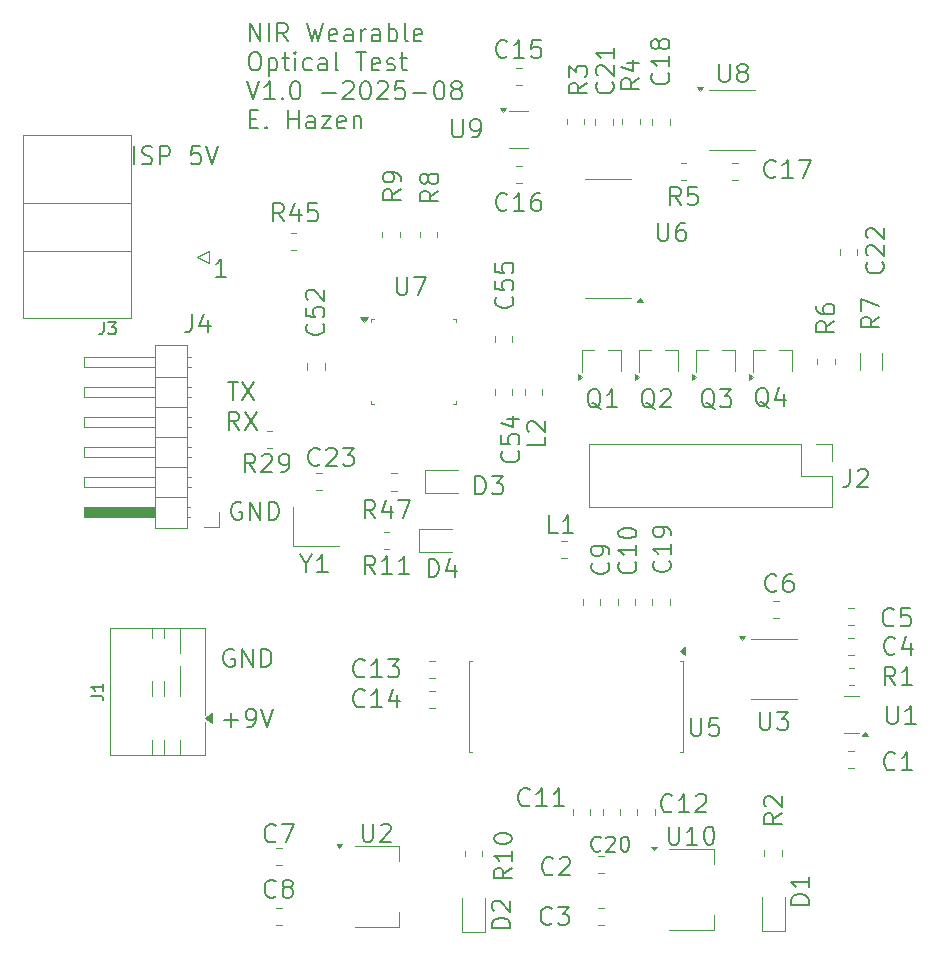
<source format=gbr>
%TF.GenerationSoftware,KiCad,Pcbnew,9.0.3-9.0.3-0~ubuntu24.04.1*%
%TF.CreationDate,2025-08-25T07:44:28-04:00*%
%TF.ProjectId,led-photodiode-avr,6c65642d-7068-46f7-946f-64696f64652d,rev?*%
%TF.SameCoordinates,Original*%
%TF.FileFunction,Legend,Top*%
%TF.FilePolarity,Positive*%
%FSLAX46Y46*%
G04 Gerber Fmt 4.6, Leading zero omitted, Abs format (unit mm)*
G04 Created by KiCad (PCBNEW 9.0.3-9.0.3-0~ubuntu24.04.1) date 2025-08-25 07:44:28*
%MOMM*%
%LPD*%
G01*
G04 APERTURE LIST*
%ADD10C,0.177800*%
%ADD11C,0.150000*%
%ADD12C,0.120000*%
G04 APERTURE END LIST*
D10*
X128368830Y-60515580D02*
X128368830Y-58991580D01*
X128368830Y-58991580D02*
X129239687Y-60515580D01*
X129239687Y-60515580D02*
X129239687Y-58991580D01*
X129965401Y-60515580D02*
X129965401Y-58991580D01*
X131561972Y-60515580D02*
X131053972Y-59789866D01*
X130691115Y-60515580D02*
X130691115Y-58991580D01*
X130691115Y-58991580D02*
X131271686Y-58991580D01*
X131271686Y-58991580D02*
X131416829Y-59064151D01*
X131416829Y-59064151D02*
X131489400Y-59136723D01*
X131489400Y-59136723D02*
X131561972Y-59281866D01*
X131561972Y-59281866D02*
X131561972Y-59499580D01*
X131561972Y-59499580D02*
X131489400Y-59644723D01*
X131489400Y-59644723D02*
X131416829Y-59717294D01*
X131416829Y-59717294D02*
X131271686Y-59789866D01*
X131271686Y-59789866D02*
X130691115Y-59789866D01*
X133231115Y-58991580D02*
X133593972Y-60515580D01*
X133593972Y-60515580D02*
X133884258Y-59427009D01*
X133884258Y-59427009D02*
X134174543Y-60515580D01*
X134174543Y-60515580D02*
X134537401Y-58991580D01*
X135698543Y-60443009D02*
X135553400Y-60515580D01*
X135553400Y-60515580D02*
X135263115Y-60515580D01*
X135263115Y-60515580D02*
X135117972Y-60443009D01*
X135117972Y-60443009D02*
X135045400Y-60297866D01*
X135045400Y-60297866D02*
X135045400Y-59717294D01*
X135045400Y-59717294D02*
X135117972Y-59572151D01*
X135117972Y-59572151D02*
X135263115Y-59499580D01*
X135263115Y-59499580D02*
X135553400Y-59499580D01*
X135553400Y-59499580D02*
X135698543Y-59572151D01*
X135698543Y-59572151D02*
X135771115Y-59717294D01*
X135771115Y-59717294D02*
X135771115Y-59862437D01*
X135771115Y-59862437D02*
X135045400Y-60007580D01*
X137077401Y-60515580D02*
X137077401Y-59717294D01*
X137077401Y-59717294D02*
X137004829Y-59572151D01*
X137004829Y-59572151D02*
X136859686Y-59499580D01*
X136859686Y-59499580D02*
X136569401Y-59499580D01*
X136569401Y-59499580D02*
X136424258Y-59572151D01*
X137077401Y-60443009D02*
X136932258Y-60515580D01*
X136932258Y-60515580D02*
X136569401Y-60515580D01*
X136569401Y-60515580D02*
X136424258Y-60443009D01*
X136424258Y-60443009D02*
X136351686Y-60297866D01*
X136351686Y-60297866D02*
X136351686Y-60152723D01*
X136351686Y-60152723D02*
X136424258Y-60007580D01*
X136424258Y-60007580D02*
X136569401Y-59935009D01*
X136569401Y-59935009D02*
X136932258Y-59935009D01*
X136932258Y-59935009D02*
X137077401Y-59862437D01*
X137803115Y-60515580D02*
X137803115Y-59499580D01*
X137803115Y-59789866D02*
X137875686Y-59644723D01*
X137875686Y-59644723D02*
X137948258Y-59572151D01*
X137948258Y-59572151D02*
X138093400Y-59499580D01*
X138093400Y-59499580D02*
X138238543Y-59499580D01*
X139399687Y-60515580D02*
X139399687Y-59717294D01*
X139399687Y-59717294D02*
X139327115Y-59572151D01*
X139327115Y-59572151D02*
X139181972Y-59499580D01*
X139181972Y-59499580D02*
X138891687Y-59499580D01*
X138891687Y-59499580D02*
X138746544Y-59572151D01*
X139399687Y-60443009D02*
X139254544Y-60515580D01*
X139254544Y-60515580D02*
X138891687Y-60515580D01*
X138891687Y-60515580D02*
X138746544Y-60443009D01*
X138746544Y-60443009D02*
X138673972Y-60297866D01*
X138673972Y-60297866D02*
X138673972Y-60152723D01*
X138673972Y-60152723D02*
X138746544Y-60007580D01*
X138746544Y-60007580D02*
X138891687Y-59935009D01*
X138891687Y-59935009D02*
X139254544Y-59935009D01*
X139254544Y-59935009D02*
X139399687Y-59862437D01*
X140125401Y-60515580D02*
X140125401Y-58991580D01*
X140125401Y-59572151D02*
X140270544Y-59499580D01*
X140270544Y-59499580D02*
X140560829Y-59499580D01*
X140560829Y-59499580D02*
X140705972Y-59572151D01*
X140705972Y-59572151D02*
X140778544Y-59644723D01*
X140778544Y-59644723D02*
X140851115Y-59789866D01*
X140851115Y-59789866D02*
X140851115Y-60225294D01*
X140851115Y-60225294D02*
X140778544Y-60370437D01*
X140778544Y-60370437D02*
X140705972Y-60443009D01*
X140705972Y-60443009D02*
X140560829Y-60515580D01*
X140560829Y-60515580D02*
X140270544Y-60515580D01*
X140270544Y-60515580D02*
X140125401Y-60443009D01*
X141721972Y-60515580D02*
X141576829Y-60443009D01*
X141576829Y-60443009D02*
X141504258Y-60297866D01*
X141504258Y-60297866D02*
X141504258Y-58991580D01*
X142883115Y-60443009D02*
X142737972Y-60515580D01*
X142737972Y-60515580D02*
X142447687Y-60515580D01*
X142447687Y-60515580D02*
X142302544Y-60443009D01*
X142302544Y-60443009D02*
X142229972Y-60297866D01*
X142229972Y-60297866D02*
X142229972Y-59717294D01*
X142229972Y-59717294D02*
X142302544Y-59572151D01*
X142302544Y-59572151D02*
X142447687Y-59499580D01*
X142447687Y-59499580D02*
X142737972Y-59499580D01*
X142737972Y-59499580D02*
X142883115Y-59572151D01*
X142883115Y-59572151D02*
X142955687Y-59717294D01*
X142955687Y-59717294D02*
X142955687Y-59862437D01*
X142955687Y-59862437D02*
X142229972Y-60007580D01*
X128659115Y-61445135D02*
X128949401Y-61445135D01*
X128949401Y-61445135D02*
X129094544Y-61517706D01*
X129094544Y-61517706D02*
X129239687Y-61662849D01*
X129239687Y-61662849D02*
X129312258Y-61953135D01*
X129312258Y-61953135D02*
X129312258Y-62461135D01*
X129312258Y-62461135D02*
X129239687Y-62751421D01*
X129239687Y-62751421D02*
X129094544Y-62896564D01*
X129094544Y-62896564D02*
X128949401Y-62969135D01*
X128949401Y-62969135D02*
X128659115Y-62969135D01*
X128659115Y-62969135D02*
X128513973Y-62896564D01*
X128513973Y-62896564D02*
X128368830Y-62751421D01*
X128368830Y-62751421D02*
X128296258Y-62461135D01*
X128296258Y-62461135D02*
X128296258Y-61953135D01*
X128296258Y-61953135D02*
X128368830Y-61662849D01*
X128368830Y-61662849D02*
X128513973Y-61517706D01*
X128513973Y-61517706D02*
X128659115Y-61445135D01*
X129965401Y-61953135D02*
X129965401Y-63477135D01*
X129965401Y-62025706D02*
X130110544Y-61953135D01*
X130110544Y-61953135D02*
X130400829Y-61953135D01*
X130400829Y-61953135D02*
X130545972Y-62025706D01*
X130545972Y-62025706D02*
X130618544Y-62098278D01*
X130618544Y-62098278D02*
X130691115Y-62243421D01*
X130691115Y-62243421D02*
X130691115Y-62678849D01*
X130691115Y-62678849D02*
X130618544Y-62823992D01*
X130618544Y-62823992D02*
X130545972Y-62896564D01*
X130545972Y-62896564D02*
X130400829Y-62969135D01*
X130400829Y-62969135D02*
X130110544Y-62969135D01*
X130110544Y-62969135D02*
X129965401Y-62896564D01*
X131126543Y-61953135D02*
X131707115Y-61953135D01*
X131344258Y-61445135D02*
X131344258Y-62751421D01*
X131344258Y-62751421D02*
X131416829Y-62896564D01*
X131416829Y-62896564D02*
X131561972Y-62969135D01*
X131561972Y-62969135D02*
X131707115Y-62969135D01*
X132215115Y-62969135D02*
X132215115Y-61953135D01*
X132215115Y-61445135D02*
X132142543Y-61517706D01*
X132142543Y-61517706D02*
X132215115Y-61590278D01*
X132215115Y-61590278D02*
X132287686Y-61517706D01*
X132287686Y-61517706D02*
X132215115Y-61445135D01*
X132215115Y-61445135D02*
X132215115Y-61590278D01*
X133593972Y-62896564D02*
X133448829Y-62969135D01*
X133448829Y-62969135D02*
X133158543Y-62969135D01*
X133158543Y-62969135D02*
X133013400Y-62896564D01*
X133013400Y-62896564D02*
X132940829Y-62823992D01*
X132940829Y-62823992D02*
X132868257Y-62678849D01*
X132868257Y-62678849D02*
X132868257Y-62243421D01*
X132868257Y-62243421D02*
X132940829Y-62098278D01*
X132940829Y-62098278D02*
X133013400Y-62025706D01*
X133013400Y-62025706D02*
X133158543Y-61953135D01*
X133158543Y-61953135D02*
X133448829Y-61953135D01*
X133448829Y-61953135D02*
X133593972Y-62025706D01*
X134900258Y-62969135D02*
X134900258Y-62170849D01*
X134900258Y-62170849D02*
X134827686Y-62025706D01*
X134827686Y-62025706D02*
X134682543Y-61953135D01*
X134682543Y-61953135D02*
X134392258Y-61953135D01*
X134392258Y-61953135D02*
X134247115Y-62025706D01*
X134900258Y-62896564D02*
X134755115Y-62969135D01*
X134755115Y-62969135D02*
X134392258Y-62969135D01*
X134392258Y-62969135D02*
X134247115Y-62896564D01*
X134247115Y-62896564D02*
X134174543Y-62751421D01*
X134174543Y-62751421D02*
X134174543Y-62606278D01*
X134174543Y-62606278D02*
X134247115Y-62461135D01*
X134247115Y-62461135D02*
X134392258Y-62388564D01*
X134392258Y-62388564D02*
X134755115Y-62388564D01*
X134755115Y-62388564D02*
X134900258Y-62315992D01*
X135843686Y-62969135D02*
X135698543Y-62896564D01*
X135698543Y-62896564D02*
X135625972Y-62751421D01*
X135625972Y-62751421D02*
X135625972Y-61445135D01*
X137367686Y-61445135D02*
X138238544Y-61445135D01*
X137803115Y-62969135D02*
X137803115Y-61445135D01*
X139327115Y-62896564D02*
X139181972Y-62969135D01*
X139181972Y-62969135D02*
X138891687Y-62969135D01*
X138891687Y-62969135D02*
X138746544Y-62896564D01*
X138746544Y-62896564D02*
X138673972Y-62751421D01*
X138673972Y-62751421D02*
X138673972Y-62170849D01*
X138673972Y-62170849D02*
X138746544Y-62025706D01*
X138746544Y-62025706D02*
X138891687Y-61953135D01*
X138891687Y-61953135D02*
X139181972Y-61953135D01*
X139181972Y-61953135D02*
X139327115Y-62025706D01*
X139327115Y-62025706D02*
X139399687Y-62170849D01*
X139399687Y-62170849D02*
X139399687Y-62315992D01*
X139399687Y-62315992D02*
X138673972Y-62461135D01*
X139980258Y-62896564D02*
X140125401Y-62969135D01*
X140125401Y-62969135D02*
X140415687Y-62969135D01*
X140415687Y-62969135D02*
X140560830Y-62896564D01*
X140560830Y-62896564D02*
X140633401Y-62751421D01*
X140633401Y-62751421D02*
X140633401Y-62678849D01*
X140633401Y-62678849D02*
X140560830Y-62533706D01*
X140560830Y-62533706D02*
X140415687Y-62461135D01*
X140415687Y-62461135D02*
X140197973Y-62461135D01*
X140197973Y-62461135D02*
X140052830Y-62388564D01*
X140052830Y-62388564D02*
X139980258Y-62243421D01*
X139980258Y-62243421D02*
X139980258Y-62170849D01*
X139980258Y-62170849D02*
X140052830Y-62025706D01*
X140052830Y-62025706D02*
X140197973Y-61953135D01*
X140197973Y-61953135D02*
X140415687Y-61953135D01*
X140415687Y-61953135D02*
X140560830Y-62025706D01*
X141068829Y-61953135D02*
X141649401Y-61953135D01*
X141286544Y-61445135D02*
X141286544Y-62751421D01*
X141286544Y-62751421D02*
X141359115Y-62896564D01*
X141359115Y-62896564D02*
X141504258Y-62969135D01*
X141504258Y-62969135D02*
X141649401Y-62969135D01*
X128151115Y-63898690D02*
X128659115Y-65422690D01*
X128659115Y-65422690D02*
X129167115Y-63898690D01*
X130473401Y-65422690D02*
X129602544Y-65422690D01*
X130037973Y-65422690D02*
X130037973Y-63898690D01*
X130037973Y-63898690D02*
X129892830Y-64116404D01*
X129892830Y-64116404D02*
X129747687Y-64261547D01*
X129747687Y-64261547D02*
X129602544Y-64334119D01*
X131126545Y-65277547D02*
X131199116Y-65350119D01*
X131199116Y-65350119D02*
X131126545Y-65422690D01*
X131126545Y-65422690D02*
X131053973Y-65350119D01*
X131053973Y-65350119D02*
X131126545Y-65277547D01*
X131126545Y-65277547D02*
X131126545Y-65422690D01*
X132142544Y-63898690D02*
X132287687Y-63898690D01*
X132287687Y-63898690D02*
X132432830Y-63971261D01*
X132432830Y-63971261D02*
X132505402Y-64043833D01*
X132505402Y-64043833D02*
X132577973Y-64188976D01*
X132577973Y-64188976D02*
X132650544Y-64479261D01*
X132650544Y-64479261D02*
X132650544Y-64842119D01*
X132650544Y-64842119D02*
X132577973Y-65132404D01*
X132577973Y-65132404D02*
X132505402Y-65277547D01*
X132505402Y-65277547D02*
X132432830Y-65350119D01*
X132432830Y-65350119D02*
X132287687Y-65422690D01*
X132287687Y-65422690D02*
X132142544Y-65422690D01*
X132142544Y-65422690D02*
X131997402Y-65350119D01*
X131997402Y-65350119D02*
X131924830Y-65277547D01*
X131924830Y-65277547D02*
X131852259Y-65132404D01*
X131852259Y-65132404D02*
X131779687Y-64842119D01*
X131779687Y-64842119D02*
X131779687Y-64479261D01*
X131779687Y-64479261D02*
X131852259Y-64188976D01*
X131852259Y-64188976D02*
X131924830Y-64043833D01*
X131924830Y-64043833D02*
X131997402Y-63971261D01*
X131997402Y-63971261D02*
X132142544Y-63898690D01*
X134464831Y-64842119D02*
X135625974Y-64842119D01*
X136279116Y-64043833D02*
X136351688Y-63971261D01*
X136351688Y-63971261D02*
X136496831Y-63898690D01*
X136496831Y-63898690D02*
X136859688Y-63898690D01*
X136859688Y-63898690D02*
X137004831Y-63971261D01*
X137004831Y-63971261D02*
X137077402Y-64043833D01*
X137077402Y-64043833D02*
X137149973Y-64188976D01*
X137149973Y-64188976D02*
X137149973Y-64334119D01*
X137149973Y-64334119D02*
X137077402Y-64551833D01*
X137077402Y-64551833D02*
X136206545Y-65422690D01*
X136206545Y-65422690D02*
X137149973Y-65422690D01*
X138093402Y-63898690D02*
X138238545Y-63898690D01*
X138238545Y-63898690D02*
X138383688Y-63971261D01*
X138383688Y-63971261D02*
X138456260Y-64043833D01*
X138456260Y-64043833D02*
X138528831Y-64188976D01*
X138528831Y-64188976D02*
X138601402Y-64479261D01*
X138601402Y-64479261D02*
X138601402Y-64842119D01*
X138601402Y-64842119D02*
X138528831Y-65132404D01*
X138528831Y-65132404D02*
X138456260Y-65277547D01*
X138456260Y-65277547D02*
X138383688Y-65350119D01*
X138383688Y-65350119D02*
X138238545Y-65422690D01*
X138238545Y-65422690D02*
X138093402Y-65422690D01*
X138093402Y-65422690D02*
X137948260Y-65350119D01*
X137948260Y-65350119D02*
X137875688Y-65277547D01*
X137875688Y-65277547D02*
X137803117Y-65132404D01*
X137803117Y-65132404D02*
X137730545Y-64842119D01*
X137730545Y-64842119D02*
X137730545Y-64479261D01*
X137730545Y-64479261D02*
X137803117Y-64188976D01*
X137803117Y-64188976D02*
X137875688Y-64043833D01*
X137875688Y-64043833D02*
X137948260Y-63971261D01*
X137948260Y-63971261D02*
X138093402Y-63898690D01*
X139181974Y-64043833D02*
X139254546Y-63971261D01*
X139254546Y-63971261D02*
X139399689Y-63898690D01*
X139399689Y-63898690D02*
X139762546Y-63898690D01*
X139762546Y-63898690D02*
X139907689Y-63971261D01*
X139907689Y-63971261D02*
X139980260Y-64043833D01*
X139980260Y-64043833D02*
X140052831Y-64188976D01*
X140052831Y-64188976D02*
X140052831Y-64334119D01*
X140052831Y-64334119D02*
X139980260Y-64551833D01*
X139980260Y-64551833D02*
X139109403Y-65422690D01*
X139109403Y-65422690D02*
X140052831Y-65422690D01*
X141431689Y-63898690D02*
X140705975Y-63898690D01*
X140705975Y-63898690D02*
X140633403Y-64624404D01*
X140633403Y-64624404D02*
X140705975Y-64551833D01*
X140705975Y-64551833D02*
X140851118Y-64479261D01*
X140851118Y-64479261D02*
X141213975Y-64479261D01*
X141213975Y-64479261D02*
X141359118Y-64551833D01*
X141359118Y-64551833D02*
X141431689Y-64624404D01*
X141431689Y-64624404D02*
X141504260Y-64769547D01*
X141504260Y-64769547D02*
X141504260Y-65132404D01*
X141504260Y-65132404D02*
X141431689Y-65277547D01*
X141431689Y-65277547D02*
X141359118Y-65350119D01*
X141359118Y-65350119D02*
X141213975Y-65422690D01*
X141213975Y-65422690D02*
X140851118Y-65422690D01*
X140851118Y-65422690D02*
X140705975Y-65350119D01*
X140705975Y-65350119D02*
X140633403Y-65277547D01*
X142157404Y-64842119D02*
X143318547Y-64842119D01*
X144334546Y-63898690D02*
X144479689Y-63898690D01*
X144479689Y-63898690D02*
X144624832Y-63971261D01*
X144624832Y-63971261D02*
X144697404Y-64043833D01*
X144697404Y-64043833D02*
X144769975Y-64188976D01*
X144769975Y-64188976D02*
X144842546Y-64479261D01*
X144842546Y-64479261D02*
X144842546Y-64842119D01*
X144842546Y-64842119D02*
X144769975Y-65132404D01*
X144769975Y-65132404D02*
X144697404Y-65277547D01*
X144697404Y-65277547D02*
X144624832Y-65350119D01*
X144624832Y-65350119D02*
X144479689Y-65422690D01*
X144479689Y-65422690D02*
X144334546Y-65422690D01*
X144334546Y-65422690D02*
X144189404Y-65350119D01*
X144189404Y-65350119D02*
X144116832Y-65277547D01*
X144116832Y-65277547D02*
X144044261Y-65132404D01*
X144044261Y-65132404D02*
X143971689Y-64842119D01*
X143971689Y-64842119D02*
X143971689Y-64479261D01*
X143971689Y-64479261D02*
X144044261Y-64188976D01*
X144044261Y-64188976D02*
X144116832Y-64043833D01*
X144116832Y-64043833D02*
X144189404Y-63971261D01*
X144189404Y-63971261D02*
X144334546Y-63898690D01*
X145713404Y-64551833D02*
X145568261Y-64479261D01*
X145568261Y-64479261D02*
X145495690Y-64406690D01*
X145495690Y-64406690D02*
X145423118Y-64261547D01*
X145423118Y-64261547D02*
X145423118Y-64188976D01*
X145423118Y-64188976D02*
X145495690Y-64043833D01*
X145495690Y-64043833D02*
X145568261Y-63971261D01*
X145568261Y-63971261D02*
X145713404Y-63898690D01*
X145713404Y-63898690D02*
X146003690Y-63898690D01*
X146003690Y-63898690D02*
X146148833Y-63971261D01*
X146148833Y-63971261D02*
X146221404Y-64043833D01*
X146221404Y-64043833D02*
X146293975Y-64188976D01*
X146293975Y-64188976D02*
X146293975Y-64261547D01*
X146293975Y-64261547D02*
X146221404Y-64406690D01*
X146221404Y-64406690D02*
X146148833Y-64479261D01*
X146148833Y-64479261D02*
X146003690Y-64551833D01*
X146003690Y-64551833D02*
X145713404Y-64551833D01*
X145713404Y-64551833D02*
X145568261Y-64624404D01*
X145568261Y-64624404D02*
X145495690Y-64696976D01*
X145495690Y-64696976D02*
X145423118Y-64842119D01*
X145423118Y-64842119D02*
X145423118Y-65132404D01*
X145423118Y-65132404D02*
X145495690Y-65277547D01*
X145495690Y-65277547D02*
X145568261Y-65350119D01*
X145568261Y-65350119D02*
X145713404Y-65422690D01*
X145713404Y-65422690D02*
X146003690Y-65422690D01*
X146003690Y-65422690D02*
X146148833Y-65350119D01*
X146148833Y-65350119D02*
X146221404Y-65277547D01*
X146221404Y-65277547D02*
X146293975Y-65132404D01*
X146293975Y-65132404D02*
X146293975Y-64842119D01*
X146293975Y-64842119D02*
X146221404Y-64696976D01*
X146221404Y-64696976D02*
X146148833Y-64624404D01*
X146148833Y-64624404D02*
X146003690Y-64551833D01*
X128368830Y-67077959D02*
X128876830Y-67077959D01*
X129094544Y-67876245D02*
X128368830Y-67876245D01*
X128368830Y-67876245D02*
X128368830Y-66352245D01*
X128368830Y-66352245D02*
X129094544Y-66352245D01*
X129747687Y-67731102D02*
X129820258Y-67803674D01*
X129820258Y-67803674D02*
X129747687Y-67876245D01*
X129747687Y-67876245D02*
X129675115Y-67803674D01*
X129675115Y-67803674D02*
X129747687Y-67731102D01*
X129747687Y-67731102D02*
X129747687Y-67876245D01*
X131634544Y-67876245D02*
X131634544Y-66352245D01*
X131634544Y-67077959D02*
X132505401Y-67077959D01*
X132505401Y-67876245D02*
X132505401Y-66352245D01*
X133884258Y-67876245D02*
X133884258Y-67077959D01*
X133884258Y-67077959D02*
X133811686Y-66932816D01*
X133811686Y-66932816D02*
X133666543Y-66860245D01*
X133666543Y-66860245D02*
X133376258Y-66860245D01*
X133376258Y-66860245D02*
X133231115Y-66932816D01*
X133884258Y-67803674D02*
X133739115Y-67876245D01*
X133739115Y-67876245D02*
X133376258Y-67876245D01*
X133376258Y-67876245D02*
X133231115Y-67803674D01*
X133231115Y-67803674D02*
X133158543Y-67658531D01*
X133158543Y-67658531D02*
X133158543Y-67513388D01*
X133158543Y-67513388D02*
X133231115Y-67368245D01*
X133231115Y-67368245D02*
X133376258Y-67295674D01*
X133376258Y-67295674D02*
X133739115Y-67295674D01*
X133739115Y-67295674D02*
X133884258Y-67223102D01*
X134464829Y-66860245D02*
X135263115Y-66860245D01*
X135263115Y-66860245D02*
X134464829Y-67876245D01*
X134464829Y-67876245D02*
X135263115Y-67876245D01*
X136424257Y-67803674D02*
X136279114Y-67876245D01*
X136279114Y-67876245D02*
X135988829Y-67876245D01*
X135988829Y-67876245D02*
X135843686Y-67803674D01*
X135843686Y-67803674D02*
X135771114Y-67658531D01*
X135771114Y-67658531D02*
X135771114Y-67077959D01*
X135771114Y-67077959D02*
X135843686Y-66932816D01*
X135843686Y-66932816D02*
X135988829Y-66860245D01*
X135988829Y-66860245D02*
X136279114Y-66860245D01*
X136279114Y-66860245D02*
X136424257Y-66932816D01*
X136424257Y-66932816D02*
X136496829Y-67077959D01*
X136496829Y-67077959D02*
X136496829Y-67223102D01*
X136496829Y-67223102D02*
X135771114Y-67368245D01*
X137149972Y-66860245D02*
X137149972Y-67876245D01*
X137149972Y-67005388D02*
X137222543Y-66932816D01*
X137222543Y-66932816D02*
X137367686Y-66860245D01*
X137367686Y-66860245D02*
X137585400Y-66860245D01*
X137585400Y-66860245D02*
X137730543Y-66932816D01*
X137730543Y-66932816D02*
X137803115Y-67077959D01*
X137803115Y-67077959D02*
X137803115Y-67876245D01*
X126209830Y-117968674D02*
X127370973Y-117968674D01*
X126790401Y-118549245D02*
X126790401Y-117388102D01*
X128169258Y-118549245D02*
X128459544Y-118549245D01*
X128459544Y-118549245D02*
X128604687Y-118476674D01*
X128604687Y-118476674D02*
X128677258Y-118404102D01*
X128677258Y-118404102D02*
X128822401Y-118186388D01*
X128822401Y-118186388D02*
X128894972Y-117896102D01*
X128894972Y-117896102D02*
X128894972Y-117315531D01*
X128894972Y-117315531D02*
X128822401Y-117170388D01*
X128822401Y-117170388D02*
X128749830Y-117097816D01*
X128749830Y-117097816D02*
X128604687Y-117025245D01*
X128604687Y-117025245D02*
X128314401Y-117025245D01*
X128314401Y-117025245D02*
X128169258Y-117097816D01*
X128169258Y-117097816D02*
X128096687Y-117170388D01*
X128096687Y-117170388D02*
X128024115Y-117315531D01*
X128024115Y-117315531D02*
X128024115Y-117678388D01*
X128024115Y-117678388D02*
X128096687Y-117823531D01*
X128096687Y-117823531D02*
X128169258Y-117896102D01*
X128169258Y-117896102D02*
X128314401Y-117968674D01*
X128314401Y-117968674D02*
X128604687Y-117968674D01*
X128604687Y-117968674D02*
X128749830Y-117896102D01*
X128749830Y-117896102D02*
X128822401Y-117823531D01*
X128822401Y-117823531D02*
X128894972Y-117678388D01*
X129330401Y-117025245D02*
X129838401Y-118549245D01*
X129838401Y-118549245D02*
X130346401Y-117025245D01*
X126373115Y-80449245D02*
X125502258Y-80449245D01*
X125937687Y-80449245D02*
X125937687Y-78925245D01*
X125937687Y-78925245D02*
X125792544Y-79142959D01*
X125792544Y-79142959D02*
X125647401Y-79288102D01*
X125647401Y-79288102D02*
X125502258Y-79360674D01*
X127643115Y-99571816D02*
X127497973Y-99499245D01*
X127497973Y-99499245D02*
X127280258Y-99499245D01*
X127280258Y-99499245D02*
X127062544Y-99571816D01*
X127062544Y-99571816D02*
X126917401Y-99716959D01*
X126917401Y-99716959D02*
X126844830Y-99862102D01*
X126844830Y-99862102D02*
X126772258Y-100152388D01*
X126772258Y-100152388D02*
X126772258Y-100370102D01*
X126772258Y-100370102D02*
X126844830Y-100660388D01*
X126844830Y-100660388D02*
X126917401Y-100805531D01*
X126917401Y-100805531D02*
X127062544Y-100950674D01*
X127062544Y-100950674D02*
X127280258Y-101023245D01*
X127280258Y-101023245D02*
X127425401Y-101023245D01*
X127425401Y-101023245D02*
X127643115Y-100950674D01*
X127643115Y-100950674D02*
X127715687Y-100878102D01*
X127715687Y-100878102D02*
X127715687Y-100370102D01*
X127715687Y-100370102D02*
X127425401Y-100370102D01*
X128368830Y-101023245D02*
X128368830Y-99499245D01*
X128368830Y-99499245D02*
X129239687Y-101023245D01*
X129239687Y-101023245D02*
X129239687Y-99499245D01*
X129965401Y-101023245D02*
X129965401Y-99499245D01*
X129965401Y-99499245D02*
X130328258Y-99499245D01*
X130328258Y-99499245D02*
X130545972Y-99571816D01*
X130545972Y-99571816D02*
X130691115Y-99716959D01*
X130691115Y-99716959D02*
X130763686Y-99862102D01*
X130763686Y-99862102D02*
X130836258Y-100152388D01*
X130836258Y-100152388D02*
X130836258Y-100370102D01*
X130836258Y-100370102D02*
X130763686Y-100660388D01*
X130763686Y-100660388D02*
X130691115Y-100805531D01*
X130691115Y-100805531D02*
X130545972Y-100950674D01*
X130545972Y-100950674D02*
X130328258Y-101023245D01*
X130328258Y-101023245D02*
X129965401Y-101023245D01*
X118589830Y-70924245D02*
X118589830Y-69400245D01*
X119242972Y-70851674D02*
X119460687Y-70924245D01*
X119460687Y-70924245D02*
X119823544Y-70924245D01*
X119823544Y-70924245D02*
X119968687Y-70851674D01*
X119968687Y-70851674D02*
X120041258Y-70779102D01*
X120041258Y-70779102D02*
X120113829Y-70633959D01*
X120113829Y-70633959D02*
X120113829Y-70488816D01*
X120113829Y-70488816D02*
X120041258Y-70343674D01*
X120041258Y-70343674D02*
X119968687Y-70271102D01*
X119968687Y-70271102D02*
X119823544Y-70198531D01*
X119823544Y-70198531D02*
X119533258Y-70125959D01*
X119533258Y-70125959D02*
X119388115Y-70053388D01*
X119388115Y-70053388D02*
X119315544Y-69980816D01*
X119315544Y-69980816D02*
X119242972Y-69835674D01*
X119242972Y-69835674D02*
X119242972Y-69690531D01*
X119242972Y-69690531D02*
X119315544Y-69545388D01*
X119315544Y-69545388D02*
X119388115Y-69472816D01*
X119388115Y-69472816D02*
X119533258Y-69400245D01*
X119533258Y-69400245D02*
X119896115Y-69400245D01*
X119896115Y-69400245D02*
X120113829Y-69472816D01*
X120766973Y-70924245D02*
X120766973Y-69400245D01*
X120766973Y-69400245D02*
X121347544Y-69400245D01*
X121347544Y-69400245D02*
X121492687Y-69472816D01*
X121492687Y-69472816D02*
X121565258Y-69545388D01*
X121565258Y-69545388D02*
X121637830Y-69690531D01*
X121637830Y-69690531D02*
X121637830Y-69908245D01*
X121637830Y-69908245D02*
X121565258Y-70053388D01*
X121565258Y-70053388D02*
X121492687Y-70125959D01*
X121492687Y-70125959D02*
X121347544Y-70198531D01*
X121347544Y-70198531D02*
X120766973Y-70198531D01*
X124177830Y-69400245D02*
X123452116Y-69400245D01*
X123452116Y-69400245D02*
X123379544Y-70125959D01*
X123379544Y-70125959D02*
X123452116Y-70053388D01*
X123452116Y-70053388D02*
X123597259Y-69980816D01*
X123597259Y-69980816D02*
X123960116Y-69980816D01*
X123960116Y-69980816D02*
X124105259Y-70053388D01*
X124105259Y-70053388D02*
X124177830Y-70125959D01*
X124177830Y-70125959D02*
X124250401Y-70271102D01*
X124250401Y-70271102D02*
X124250401Y-70633959D01*
X124250401Y-70633959D02*
X124177830Y-70779102D01*
X124177830Y-70779102D02*
X124105259Y-70851674D01*
X124105259Y-70851674D02*
X123960116Y-70924245D01*
X123960116Y-70924245D02*
X123597259Y-70924245D01*
X123597259Y-70924245D02*
X123452116Y-70851674D01*
X123452116Y-70851674D02*
X123379544Y-70779102D01*
X124685830Y-69400245D02*
X125193830Y-70924245D01*
X125193830Y-70924245D02*
X125701830Y-69400245D01*
X126500115Y-89339245D02*
X127370973Y-89339245D01*
X126935544Y-90863245D02*
X126935544Y-89339245D01*
X127733830Y-89339245D02*
X128749830Y-90863245D01*
X128749830Y-89339245D02*
X127733830Y-90863245D01*
X127461687Y-93403245D02*
X126953687Y-92677531D01*
X126590830Y-93403245D02*
X126590830Y-91879245D01*
X126590830Y-91879245D02*
X127171401Y-91879245D01*
X127171401Y-91879245D02*
X127316544Y-91951816D01*
X127316544Y-91951816D02*
X127389115Y-92024388D01*
X127389115Y-92024388D02*
X127461687Y-92169531D01*
X127461687Y-92169531D02*
X127461687Y-92387245D01*
X127461687Y-92387245D02*
X127389115Y-92532388D01*
X127389115Y-92532388D02*
X127316544Y-92604959D01*
X127316544Y-92604959D02*
X127171401Y-92677531D01*
X127171401Y-92677531D02*
X126590830Y-92677531D01*
X127969687Y-91879245D02*
X128985687Y-93403245D01*
X128985687Y-91879245D02*
X127969687Y-93403245D01*
X127008115Y-112017816D02*
X126862973Y-111945245D01*
X126862973Y-111945245D02*
X126645258Y-111945245D01*
X126645258Y-111945245D02*
X126427544Y-112017816D01*
X126427544Y-112017816D02*
X126282401Y-112162959D01*
X126282401Y-112162959D02*
X126209830Y-112308102D01*
X126209830Y-112308102D02*
X126137258Y-112598388D01*
X126137258Y-112598388D02*
X126137258Y-112816102D01*
X126137258Y-112816102D02*
X126209830Y-113106388D01*
X126209830Y-113106388D02*
X126282401Y-113251531D01*
X126282401Y-113251531D02*
X126427544Y-113396674D01*
X126427544Y-113396674D02*
X126645258Y-113469245D01*
X126645258Y-113469245D02*
X126790401Y-113469245D01*
X126790401Y-113469245D02*
X127008115Y-113396674D01*
X127008115Y-113396674D02*
X127080687Y-113324102D01*
X127080687Y-113324102D02*
X127080687Y-112816102D01*
X127080687Y-112816102D02*
X126790401Y-112816102D01*
X127733830Y-113469245D02*
X127733830Y-111945245D01*
X127733830Y-111945245D02*
X128604687Y-113469245D01*
X128604687Y-113469245D02*
X128604687Y-111945245D01*
X129330401Y-113469245D02*
X129330401Y-111945245D01*
X129330401Y-111945245D02*
X129693258Y-111945245D01*
X129693258Y-111945245D02*
X129910972Y-112017816D01*
X129910972Y-112017816D02*
X130056115Y-112162959D01*
X130056115Y-112162959D02*
X130128686Y-112308102D01*
X130128686Y-112308102D02*
X130201258Y-112598388D01*
X130201258Y-112598388D02*
X130201258Y-112816102D01*
X130201258Y-112816102D02*
X130128686Y-113106388D01*
X130128686Y-113106388D02*
X130056115Y-113251531D01*
X130056115Y-113251531D02*
X129910972Y-113396674D01*
X129910972Y-113396674D02*
X129693258Y-113469245D01*
X129693258Y-113469245D02*
X129330401Y-113469245D01*
X138974285Y-105597785D02*
X138466285Y-104872071D01*
X138103428Y-105597785D02*
X138103428Y-104073785D01*
X138103428Y-104073785D02*
X138683999Y-104073785D01*
X138683999Y-104073785D02*
X138829142Y-104146356D01*
X138829142Y-104146356D02*
X138901713Y-104218928D01*
X138901713Y-104218928D02*
X138974285Y-104364071D01*
X138974285Y-104364071D02*
X138974285Y-104581785D01*
X138974285Y-104581785D02*
X138901713Y-104726928D01*
X138901713Y-104726928D02*
X138829142Y-104799499D01*
X138829142Y-104799499D02*
X138683999Y-104872071D01*
X138683999Y-104872071D02*
X138103428Y-104872071D01*
X140425713Y-105597785D02*
X139554856Y-105597785D01*
X139990285Y-105597785D02*
X139990285Y-104073785D01*
X139990285Y-104073785D02*
X139845142Y-104291499D01*
X139845142Y-104291499D02*
X139699999Y-104436642D01*
X139699999Y-104436642D02*
X139554856Y-104509214D01*
X141877142Y-105597785D02*
X141006285Y-105597785D01*
X141441714Y-105597785D02*
X141441714Y-104073785D01*
X141441714Y-104073785D02*
X141296571Y-104291499D01*
X141296571Y-104291499D02*
X141151428Y-104436642D01*
X141151428Y-104436642D02*
X141006285Y-104509214D01*
D11*
X114952319Y-115903333D02*
X115666604Y-115903333D01*
X115666604Y-115903333D02*
X115809461Y-115950952D01*
X115809461Y-115950952D02*
X115904700Y-116046190D01*
X115904700Y-116046190D02*
X115952319Y-116189047D01*
X115952319Y-116189047D02*
X115952319Y-116284285D01*
X115952319Y-114903333D02*
X115952319Y-115474761D01*
X115952319Y-115189047D02*
X114952319Y-115189047D01*
X114952319Y-115189047D02*
X115095176Y-115284285D01*
X115095176Y-115284285D02*
X115190414Y-115379523D01*
X115190414Y-115379523D02*
X115238033Y-115474761D01*
D10*
X143528143Y-105851785D02*
X143528143Y-104327785D01*
X143528143Y-104327785D02*
X143891000Y-104327785D01*
X143891000Y-104327785D02*
X144108714Y-104400356D01*
X144108714Y-104400356D02*
X144253857Y-104545499D01*
X144253857Y-104545499D02*
X144326428Y-104690642D01*
X144326428Y-104690642D02*
X144399000Y-104980928D01*
X144399000Y-104980928D02*
X144399000Y-105198642D01*
X144399000Y-105198642D02*
X144326428Y-105488928D01*
X144326428Y-105488928D02*
X144253857Y-105634071D01*
X144253857Y-105634071D02*
X144108714Y-105779214D01*
X144108714Y-105779214D02*
X143891000Y-105851785D01*
X143891000Y-105851785D02*
X143528143Y-105851785D01*
X145705286Y-104835785D02*
X145705286Y-105851785D01*
X145342428Y-104255214D02*
X144979571Y-105343785D01*
X144979571Y-105343785D02*
X145923000Y-105343785D01*
X153349785Y-93979999D02*
X153349785Y-94705713D01*
X153349785Y-94705713D02*
X151825785Y-94705713D01*
X151970928Y-93544571D02*
X151898356Y-93471999D01*
X151898356Y-93471999D02*
X151825785Y-93326857D01*
X151825785Y-93326857D02*
X151825785Y-92963999D01*
X151825785Y-92963999D02*
X151898356Y-92818857D01*
X151898356Y-92818857D02*
X151970928Y-92746285D01*
X151970928Y-92746285D02*
X152116071Y-92673714D01*
X152116071Y-92673714D02*
X152261214Y-92673714D01*
X152261214Y-92673714D02*
X152478928Y-92746285D01*
X152478928Y-92746285D02*
X153349785Y-93617142D01*
X153349785Y-93617142D02*
X153349785Y-92673714D01*
X162668857Y-91645928D02*
X162523714Y-91573356D01*
X162523714Y-91573356D02*
X162378571Y-91428214D01*
X162378571Y-91428214D02*
X162160857Y-91210499D01*
X162160857Y-91210499D02*
X162015714Y-91137928D01*
X162015714Y-91137928D02*
X161870571Y-91137928D01*
X161943142Y-91500785D02*
X161798000Y-91428214D01*
X161798000Y-91428214D02*
X161652857Y-91283071D01*
X161652857Y-91283071D02*
X161580285Y-90992785D01*
X161580285Y-90992785D02*
X161580285Y-90484785D01*
X161580285Y-90484785D02*
X161652857Y-90194499D01*
X161652857Y-90194499D02*
X161798000Y-90049356D01*
X161798000Y-90049356D02*
X161943142Y-89976785D01*
X161943142Y-89976785D02*
X162233428Y-89976785D01*
X162233428Y-89976785D02*
X162378571Y-90049356D01*
X162378571Y-90049356D02*
X162523714Y-90194499D01*
X162523714Y-90194499D02*
X162596285Y-90484785D01*
X162596285Y-90484785D02*
X162596285Y-90992785D01*
X162596285Y-90992785D02*
X162523714Y-91283071D01*
X162523714Y-91283071D02*
X162378571Y-91428214D01*
X162378571Y-91428214D02*
X162233428Y-91500785D01*
X162233428Y-91500785D02*
X161943142Y-91500785D01*
X163176856Y-90121928D02*
X163249428Y-90049356D01*
X163249428Y-90049356D02*
X163394571Y-89976785D01*
X163394571Y-89976785D02*
X163757428Y-89976785D01*
X163757428Y-89976785D02*
X163902571Y-90049356D01*
X163902571Y-90049356D02*
X163975142Y-90121928D01*
X163975142Y-90121928D02*
X164047713Y-90267071D01*
X164047713Y-90267071D02*
X164047713Y-90412214D01*
X164047713Y-90412214D02*
X163975142Y-90629928D01*
X163975142Y-90629928D02*
X163104285Y-91500785D01*
X163104285Y-91500785D02*
X164047713Y-91500785D01*
X130556000Y-128185642D02*
X130483428Y-128258214D01*
X130483428Y-128258214D02*
X130265714Y-128330785D01*
X130265714Y-128330785D02*
X130120571Y-128330785D01*
X130120571Y-128330785D02*
X129902857Y-128258214D01*
X129902857Y-128258214D02*
X129757714Y-128113071D01*
X129757714Y-128113071D02*
X129685143Y-127967928D01*
X129685143Y-127967928D02*
X129612571Y-127677642D01*
X129612571Y-127677642D02*
X129612571Y-127459928D01*
X129612571Y-127459928D02*
X129685143Y-127169642D01*
X129685143Y-127169642D02*
X129757714Y-127024499D01*
X129757714Y-127024499D02*
X129902857Y-126879356D01*
X129902857Y-126879356D02*
X130120571Y-126806785D01*
X130120571Y-126806785D02*
X130265714Y-126806785D01*
X130265714Y-126806785D02*
X130483428Y-126879356D01*
X130483428Y-126879356D02*
X130556000Y-126951928D01*
X131064000Y-126806785D02*
X132080000Y-126806785D01*
X132080000Y-126806785D02*
X131426857Y-128330785D01*
X171558857Y-117281785D02*
X171558857Y-118515499D01*
X171558857Y-118515499D02*
X171631428Y-118660642D01*
X171631428Y-118660642D02*
X171704000Y-118733214D01*
X171704000Y-118733214D02*
X171849142Y-118805785D01*
X171849142Y-118805785D02*
X172139428Y-118805785D01*
X172139428Y-118805785D02*
X172284571Y-118733214D01*
X172284571Y-118733214D02*
X172357142Y-118660642D01*
X172357142Y-118660642D02*
X172429714Y-118515499D01*
X172429714Y-118515499D02*
X172429714Y-117281785D01*
X173010285Y-117281785D02*
X173953713Y-117281785D01*
X173953713Y-117281785D02*
X173445713Y-117862356D01*
X173445713Y-117862356D02*
X173663428Y-117862356D01*
X173663428Y-117862356D02*
X173808571Y-117934928D01*
X173808571Y-117934928D02*
X173881142Y-118007499D01*
X173881142Y-118007499D02*
X173953713Y-118152642D01*
X173953713Y-118152642D02*
X173953713Y-118515499D01*
X173953713Y-118515499D02*
X173881142Y-118660642D01*
X173881142Y-118660642D02*
X173808571Y-118733214D01*
X173808571Y-118733214D02*
X173663428Y-118805785D01*
X173663428Y-118805785D02*
X173227999Y-118805785D01*
X173227999Y-118805785D02*
X173082856Y-118733214D01*
X173082856Y-118733214D02*
X173010285Y-118660642D01*
X123443999Y-83626785D02*
X123443999Y-84715356D01*
X123443999Y-84715356D02*
X123371428Y-84933071D01*
X123371428Y-84933071D02*
X123226285Y-85078214D01*
X123226285Y-85078214D02*
X123008571Y-85150785D01*
X123008571Y-85150785D02*
X122863428Y-85150785D01*
X124822857Y-84134785D02*
X124822857Y-85150785D01*
X124459999Y-83554214D02*
X124097142Y-84642785D01*
X124097142Y-84642785D02*
X125040571Y-84642785D01*
X150555785Y-130476778D02*
X149830071Y-130984778D01*
X150555785Y-131347635D02*
X149031785Y-131347635D01*
X149031785Y-131347635D02*
X149031785Y-130767064D01*
X149031785Y-130767064D02*
X149104356Y-130621921D01*
X149104356Y-130621921D02*
X149176928Y-130549350D01*
X149176928Y-130549350D02*
X149322071Y-130476778D01*
X149322071Y-130476778D02*
X149539785Y-130476778D01*
X149539785Y-130476778D02*
X149684928Y-130549350D01*
X149684928Y-130549350D02*
X149757499Y-130621921D01*
X149757499Y-130621921D02*
X149830071Y-130767064D01*
X149830071Y-130767064D02*
X149830071Y-131347635D01*
X150555785Y-129025350D02*
X150555785Y-129896207D01*
X150555785Y-129460778D02*
X149031785Y-129460778D01*
X149031785Y-129460778D02*
X149249499Y-129605921D01*
X149249499Y-129605921D02*
X149394642Y-129751064D01*
X149394642Y-129751064D02*
X149467214Y-129896207D01*
X149031785Y-128081921D02*
X149031785Y-127936778D01*
X149031785Y-127936778D02*
X149104356Y-127791635D01*
X149104356Y-127791635D02*
X149176928Y-127719064D01*
X149176928Y-127719064D02*
X149322071Y-127646492D01*
X149322071Y-127646492D02*
X149612356Y-127573921D01*
X149612356Y-127573921D02*
X149975214Y-127573921D01*
X149975214Y-127573921D02*
X150265499Y-127646492D01*
X150265499Y-127646492D02*
X150410642Y-127719064D01*
X150410642Y-127719064D02*
X150483214Y-127791635D01*
X150483214Y-127791635D02*
X150555785Y-127936778D01*
X150555785Y-127936778D02*
X150555785Y-128081921D01*
X150555785Y-128081921D02*
X150483214Y-128227064D01*
X150483214Y-128227064D02*
X150410642Y-128299635D01*
X150410642Y-128299635D02*
X150265499Y-128372206D01*
X150265499Y-128372206D02*
X149975214Y-128444778D01*
X149975214Y-128444778D02*
X149612356Y-128444778D01*
X149612356Y-128444778D02*
X149322071Y-128372206D01*
X149322071Y-128372206D02*
X149176928Y-128299635D01*
X149176928Y-128299635D02*
X149104356Y-128227064D01*
X149104356Y-128227064D02*
X149031785Y-128081921D01*
X163745642Y-63209714D02*
X163818214Y-63282286D01*
X163818214Y-63282286D02*
X163890785Y-63500000D01*
X163890785Y-63500000D02*
X163890785Y-63645143D01*
X163890785Y-63645143D02*
X163818214Y-63862857D01*
X163818214Y-63862857D02*
X163673071Y-64008000D01*
X163673071Y-64008000D02*
X163527928Y-64080571D01*
X163527928Y-64080571D02*
X163237642Y-64153143D01*
X163237642Y-64153143D02*
X163019928Y-64153143D01*
X163019928Y-64153143D02*
X162729642Y-64080571D01*
X162729642Y-64080571D02*
X162584499Y-64008000D01*
X162584499Y-64008000D02*
X162439356Y-63862857D01*
X162439356Y-63862857D02*
X162366785Y-63645143D01*
X162366785Y-63645143D02*
X162366785Y-63500000D01*
X162366785Y-63500000D02*
X162439356Y-63282286D01*
X162439356Y-63282286D02*
X162511928Y-63209714D01*
X163890785Y-61758286D02*
X163890785Y-62629143D01*
X163890785Y-62193714D02*
X162366785Y-62193714D01*
X162366785Y-62193714D02*
X162584499Y-62338857D01*
X162584499Y-62338857D02*
X162729642Y-62484000D01*
X162729642Y-62484000D02*
X162802214Y-62629143D01*
X163019928Y-60887428D02*
X162947356Y-61032571D01*
X162947356Y-61032571D02*
X162874785Y-61105142D01*
X162874785Y-61105142D02*
X162729642Y-61177714D01*
X162729642Y-61177714D02*
X162657071Y-61177714D01*
X162657071Y-61177714D02*
X162511928Y-61105142D01*
X162511928Y-61105142D02*
X162439356Y-61032571D01*
X162439356Y-61032571D02*
X162366785Y-60887428D01*
X162366785Y-60887428D02*
X162366785Y-60597142D01*
X162366785Y-60597142D02*
X162439356Y-60452000D01*
X162439356Y-60452000D02*
X162511928Y-60379428D01*
X162511928Y-60379428D02*
X162657071Y-60306857D01*
X162657071Y-60306857D02*
X162729642Y-60306857D01*
X162729642Y-60306857D02*
X162874785Y-60379428D01*
X162874785Y-60379428D02*
X162947356Y-60452000D01*
X162947356Y-60452000D02*
X163019928Y-60597142D01*
X163019928Y-60597142D02*
X163019928Y-60887428D01*
X163019928Y-60887428D02*
X163092499Y-61032571D01*
X163092499Y-61032571D02*
X163165071Y-61105142D01*
X163165071Y-61105142D02*
X163310214Y-61177714D01*
X163310214Y-61177714D02*
X163600499Y-61177714D01*
X163600499Y-61177714D02*
X163745642Y-61105142D01*
X163745642Y-61105142D02*
X163818214Y-61032571D01*
X163818214Y-61032571D02*
X163890785Y-60887428D01*
X163890785Y-60887428D02*
X163890785Y-60597142D01*
X163890785Y-60597142D02*
X163818214Y-60452000D01*
X163818214Y-60452000D02*
X163745642Y-60379428D01*
X163745642Y-60379428D02*
X163600499Y-60306857D01*
X163600499Y-60306857D02*
X163310214Y-60306857D01*
X163310214Y-60306857D02*
X163165071Y-60379428D01*
X163165071Y-60379428D02*
X163092499Y-60452000D01*
X163092499Y-60452000D02*
X163019928Y-60597142D01*
X133132285Y-104745071D02*
X133132285Y-105470785D01*
X132624285Y-103946785D02*
X133132285Y-104745071D01*
X133132285Y-104745071D02*
X133640285Y-103946785D01*
X134946571Y-105470785D02*
X134075714Y-105470785D01*
X134511143Y-105470785D02*
X134511143Y-103946785D01*
X134511143Y-103946785D02*
X134366000Y-104164499D01*
X134366000Y-104164499D02*
X134220857Y-104309642D01*
X134220857Y-104309642D02*
X134075714Y-104382214D01*
X158060571Y-128981327D02*
X158000095Y-129041804D01*
X158000095Y-129041804D02*
X157818666Y-129102280D01*
X157818666Y-129102280D02*
X157697714Y-129102280D01*
X157697714Y-129102280D02*
X157516285Y-129041804D01*
X157516285Y-129041804D02*
X157395333Y-128920851D01*
X157395333Y-128920851D02*
X157334856Y-128799899D01*
X157334856Y-128799899D02*
X157274380Y-128557994D01*
X157274380Y-128557994D02*
X157274380Y-128376565D01*
X157274380Y-128376565D02*
X157334856Y-128134661D01*
X157334856Y-128134661D02*
X157395333Y-128013708D01*
X157395333Y-128013708D02*
X157516285Y-127892756D01*
X157516285Y-127892756D02*
X157697714Y-127832280D01*
X157697714Y-127832280D02*
X157818666Y-127832280D01*
X157818666Y-127832280D02*
X158000095Y-127892756D01*
X158000095Y-127892756D02*
X158060571Y-127953232D01*
X158544380Y-127953232D02*
X158604856Y-127892756D01*
X158604856Y-127892756D02*
X158725809Y-127832280D01*
X158725809Y-127832280D02*
X159028190Y-127832280D01*
X159028190Y-127832280D02*
X159149142Y-127892756D01*
X159149142Y-127892756D02*
X159209618Y-127953232D01*
X159209618Y-127953232D02*
X159270095Y-128074184D01*
X159270095Y-128074184D02*
X159270095Y-128195137D01*
X159270095Y-128195137D02*
X159209618Y-128376565D01*
X159209618Y-128376565D02*
X158483904Y-129102280D01*
X158483904Y-129102280D02*
X159270095Y-129102280D01*
X160056285Y-127832280D02*
X160177238Y-127832280D01*
X160177238Y-127832280D02*
X160298190Y-127892756D01*
X160298190Y-127892756D02*
X160358666Y-127953232D01*
X160358666Y-127953232D02*
X160419142Y-128074184D01*
X160419142Y-128074184D02*
X160479619Y-128316089D01*
X160479619Y-128316089D02*
X160479619Y-128618470D01*
X160479619Y-128618470D02*
X160419142Y-128860375D01*
X160419142Y-128860375D02*
X160358666Y-128981327D01*
X160358666Y-128981327D02*
X160298190Y-129041804D01*
X160298190Y-129041804D02*
X160177238Y-129102280D01*
X160177238Y-129102280D02*
X160056285Y-129102280D01*
X160056285Y-129102280D02*
X159935333Y-129041804D01*
X159935333Y-129041804D02*
X159874857Y-128981327D01*
X159874857Y-128981327D02*
X159814380Y-128860375D01*
X159814380Y-128860375D02*
X159753904Y-128618470D01*
X159753904Y-128618470D02*
X159753904Y-128316089D01*
X159753904Y-128316089D02*
X159814380Y-128074184D01*
X159814380Y-128074184D02*
X159874857Y-127953232D01*
X159874857Y-127953232D02*
X159935333Y-127892756D01*
X159935333Y-127892756D02*
X160056285Y-127832280D01*
X163848143Y-126991785D02*
X163848143Y-128225499D01*
X163848143Y-128225499D02*
X163920714Y-128370642D01*
X163920714Y-128370642D02*
X163993286Y-128443214D01*
X163993286Y-128443214D02*
X164138428Y-128515785D01*
X164138428Y-128515785D02*
X164428714Y-128515785D01*
X164428714Y-128515785D02*
X164573857Y-128443214D01*
X164573857Y-128443214D02*
X164646428Y-128370642D01*
X164646428Y-128370642D02*
X164719000Y-128225499D01*
X164719000Y-128225499D02*
X164719000Y-126991785D01*
X166242999Y-128515785D02*
X165372142Y-128515785D01*
X165807571Y-128515785D02*
X165807571Y-126991785D01*
X165807571Y-126991785D02*
X165662428Y-127209499D01*
X165662428Y-127209499D02*
X165517285Y-127354642D01*
X165517285Y-127354642D02*
X165372142Y-127427214D01*
X167186428Y-126991785D02*
X167331571Y-126991785D01*
X167331571Y-126991785D02*
X167476714Y-127064356D01*
X167476714Y-127064356D02*
X167549286Y-127136928D01*
X167549286Y-127136928D02*
X167621857Y-127282071D01*
X167621857Y-127282071D02*
X167694428Y-127572356D01*
X167694428Y-127572356D02*
X167694428Y-127935214D01*
X167694428Y-127935214D02*
X167621857Y-128225499D01*
X167621857Y-128225499D02*
X167549286Y-128370642D01*
X167549286Y-128370642D02*
X167476714Y-128443214D01*
X167476714Y-128443214D02*
X167331571Y-128515785D01*
X167331571Y-128515785D02*
X167186428Y-128515785D01*
X167186428Y-128515785D02*
X167041286Y-128443214D01*
X167041286Y-128443214D02*
X166968714Y-128370642D01*
X166968714Y-128370642D02*
X166896143Y-128225499D01*
X166896143Y-128225499D02*
X166823571Y-127935214D01*
X166823571Y-127935214D02*
X166823571Y-127572356D01*
X166823571Y-127572356D02*
X166896143Y-127282071D01*
X166896143Y-127282071D02*
X166968714Y-127136928D01*
X166968714Y-127136928D02*
X167041286Y-127064356D01*
X167041286Y-127064356D02*
X167186428Y-126991785D01*
X152055285Y-125137642D02*
X151982713Y-125210214D01*
X151982713Y-125210214D02*
X151764999Y-125282785D01*
X151764999Y-125282785D02*
X151619856Y-125282785D01*
X151619856Y-125282785D02*
X151402142Y-125210214D01*
X151402142Y-125210214D02*
X151256999Y-125065071D01*
X151256999Y-125065071D02*
X151184428Y-124919928D01*
X151184428Y-124919928D02*
X151111856Y-124629642D01*
X151111856Y-124629642D02*
X151111856Y-124411928D01*
X151111856Y-124411928D02*
X151184428Y-124121642D01*
X151184428Y-124121642D02*
X151256999Y-123976499D01*
X151256999Y-123976499D02*
X151402142Y-123831356D01*
X151402142Y-123831356D02*
X151619856Y-123758785D01*
X151619856Y-123758785D02*
X151764999Y-123758785D01*
X151764999Y-123758785D02*
X151982713Y-123831356D01*
X151982713Y-123831356D02*
X152055285Y-123903928D01*
X153506713Y-125282785D02*
X152635856Y-125282785D01*
X153071285Y-125282785D02*
X153071285Y-123758785D01*
X153071285Y-123758785D02*
X152926142Y-123976499D01*
X152926142Y-123976499D02*
X152780999Y-124121642D01*
X152780999Y-124121642D02*
X152635856Y-124194214D01*
X154958142Y-125282785D02*
X154087285Y-125282785D01*
X154522714Y-125282785D02*
X154522714Y-123758785D01*
X154522714Y-123758785D02*
X154377571Y-123976499D01*
X154377571Y-123976499D02*
X154232428Y-124121642D01*
X154232428Y-124121642D02*
X154087285Y-124194214D01*
X182880000Y-109897642D02*
X182807428Y-109970214D01*
X182807428Y-109970214D02*
X182589714Y-110042785D01*
X182589714Y-110042785D02*
X182444571Y-110042785D01*
X182444571Y-110042785D02*
X182226857Y-109970214D01*
X182226857Y-109970214D02*
X182081714Y-109825071D01*
X182081714Y-109825071D02*
X182009143Y-109679928D01*
X182009143Y-109679928D02*
X181936571Y-109389642D01*
X181936571Y-109389642D02*
X181936571Y-109171928D01*
X181936571Y-109171928D02*
X182009143Y-108881642D01*
X182009143Y-108881642D02*
X182081714Y-108736499D01*
X182081714Y-108736499D02*
X182226857Y-108591356D01*
X182226857Y-108591356D02*
X182444571Y-108518785D01*
X182444571Y-108518785D02*
X182589714Y-108518785D01*
X182589714Y-108518785D02*
X182807428Y-108591356D01*
X182807428Y-108591356D02*
X182880000Y-108663928D01*
X184258857Y-108518785D02*
X183533143Y-108518785D01*
X183533143Y-108518785D02*
X183460571Y-109244499D01*
X183460571Y-109244499D02*
X183533143Y-109171928D01*
X183533143Y-109171928D02*
X183678286Y-109099356D01*
X183678286Y-109099356D02*
X184041143Y-109099356D01*
X184041143Y-109099356D02*
X184186286Y-109171928D01*
X184186286Y-109171928D02*
X184258857Y-109244499D01*
X184258857Y-109244499D02*
X184331428Y-109389642D01*
X184331428Y-109389642D02*
X184331428Y-109752499D01*
X184331428Y-109752499D02*
X184258857Y-109897642D01*
X184258857Y-109897642D02*
X184186286Y-109970214D01*
X184186286Y-109970214D02*
X184041143Y-110042785D01*
X184041143Y-110042785D02*
X183678286Y-110042785D01*
X183678286Y-110042785D02*
X183533143Y-109970214D01*
X183533143Y-109970214D02*
X183460571Y-109897642D01*
X165716857Y-117789785D02*
X165716857Y-119023499D01*
X165716857Y-119023499D02*
X165789428Y-119168642D01*
X165789428Y-119168642D02*
X165862000Y-119241214D01*
X165862000Y-119241214D02*
X166007142Y-119313785D01*
X166007142Y-119313785D02*
X166297428Y-119313785D01*
X166297428Y-119313785D02*
X166442571Y-119241214D01*
X166442571Y-119241214D02*
X166515142Y-119168642D01*
X166515142Y-119168642D02*
X166587714Y-119023499D01*
X166587714Y-119023499D02*
X166587714Y-117789785D01*
X168039142Y-117789785D02*
X167313428Y-117789785D01*
X167313428Y-117789785D02*
X167240856Y-118515499D01*
X167240856Y-118515499D02*
X167313428Y-118442928D01*
X167313428Y-118442928D02*
X167458571Y-118370356D01*
X167458571Y-118370356D02*
X167821428Y-118370356D01*
X167821428Y-118370356D02*
X167966571Y-118442928D01*
X167966571Y-118442928D02*
X168039142Y-118515499D01*
X168039142Y-118515499D02*
X168111713Y-118660642D01*
X168111713Y-118660642D02*
X168111713Y-119023499D01*
X168111713Y-119023499D02*
X168039142Y-119168642D01*
X168039142Y-119168642D02*
X167966571Y-119241214D01*
X167966571Y-119241214D02*
X167821428Y-119313785D01*
X167821428Y-119313785D02*
X167458571Y-119313785D01*
X167458571Y-119313785D02*
X167313428Y-119241214D01*
X167313428Y-119241214D02*
X167240856Y-119168642D01*
X173415785Y-125856999D02*
X172690071Y-126364999D01*
X173415785Y-126727856D02*
X171891785Y-126727856D01*
X171891785Y-126727856D02*
X171891785Y-126147285D01*
X171891785Y-126147285D02*
X171964356Y-126002142D01*
X171964356Y-126002142D02*
X172036928Y-125929571D01*
X172036928Y-125929571D02*
X172182071Y-125856999D01*
X172182071Y-125856999D02*
X172399785Y-125856999D01*
X172399785Y-125856999D02*
X172544928Y-125929571D01*
X172544928Y-125929571D02*
X172617499Y-126002142D01*
X172617499Y-126002142D02*
X172690071Y-126147285D01*
X172690071Y-126147285D02*
X172690071Y-126727856D01*
X172036928Y-125276428D02*
X171964356Y-125203856D01*
X171964356Y-125203856D02*
X171891785Y-125058714D01*
X171891785Y-125058714D02*
X171891785Y-124695856D01*
X171891785Y-124695856D02*
X171964356Y-124550714D01*
X171964356Y-124550714D02*
X172036928Y-124478142D01*
X172036928Y-124478142D02*
X172182071Y-124405571D01*
X172182071Y-124405571D02*
X172327214Y-124405571D01*
X172327214Y-124405571D02*
X172544928Y-124478142D01*
X172544928Y-124478142D02*
X173415785Y-125348999D01*
X173415785Y-125348999D02*
X173415785Y-124405571D01*
X172959752Y-106976642D02*
X172887180Y-107049214D01*
X172887180Y-107049214D02*
X172669466Y-107121785D01*
X172669466Y-107121785D02*
X172524323Y-107121785D01*
X172524323Y-107121785D02*
X172306609Y-107049214D01*
X172306609Y-107049214D02*
X172161466Y-106904071D01*
X172161466Y-106904071D02*
X172088895Y-106758928D01*
X172088895Y-106758928D02*
X172016323Y-106468642D01*
X172016323Y-106468642D02*
X172016323Y-106250928D01*
X172016323Y-106250928D02*
X172088895Y-105960642D01*
X172088895Y-105960642D02*
X172161466Y-105815499D01*
X172161466Y-105815499D02*
X172306609Y-105670356D01*
X172306609Y-105670356D02*
X172524323Y-105597785D01*
X172524323Y-105597785D02*
X172669466Y-105597785D01*
X172669466Y-105597785D02*
X172887180Y-105670356D01*
X172887180Y-105670356D02*
X172959752Y-105742928D01*
X174266038Y-105597785D02*
X173975752Y-105597785D01*
X173975752Y-105597785D02*
X173830609Y-105670356D01*
X173830609Y-105670356D02*
X173758038Y-105742928D01*
X173758038Y-105742928D02*
X173612895Y-105960642D01*
X173612895Y-105960642D02*
X173540323Y-106250928D01*
X173540323Y-106250928D02*
X173540323Y-106831499D01*
X173540323Y-106831499D02*
X173612895Y-106976642D01*
X173612895Y-106976642D02*
X173685466Y-107049214D01*
X173685466Y-107049214D02*
X173830609Y-107121785D01*
X173830609Y-107121785D02*
X174120895Y-107121785D01*
X174120895Y-107121785D02*
X174266038Y-107049214D01*
X174266038Y-107049214D02*
X174338609Y-106976642D01*
X174338609Y-106976642D02*
X174411180Y-106831499D01*
X174411180Y-106831499D02*
X174411180Y-106468642D01*
X174411180Y-106468642D02*
X174338609Y-106323499D01*
X174338609Y-106323499D02*
X174266038Y-106250928D01*
X174266038Y-106250928D02*
X174120895Y-106178356D01*
X174120895Y-106178356D02*
X173830609Y-106178356D01*
X173830609Y-106178356D02*
X173685466Y-106250928D01*
X173685466Y-106250928D02*
X173612895Y-106323499D01*
X173612895Y-106323499D02*
X173540323Y-106468642D01*
X182353857Y-116773785D02*
X182353857Y-118007499D01*
X182353857Y-118007499D02*
X182426428Y-118152642D01*
X182426428Y-118152642D02*
X182499000Y-118225214D01*
X182499000Y-118225214D02*
X182644142Y-118297785D01*
X182644142Y-118297785D02*
X182934428Y-118297785D01*
X182934428Y-118297785D02*
X183079571Y-118225214D01*
X183079571Y-118225214D02*
X183152142Y-118152642D01*
X183152142Y-118152642D02*
X183224714Y-118007499D01*
X183224714Y-118007499D02*
X183224714Y-116773785D01*
X184748713Y-118297785D02*
X183877856Y-118297785D01*
X184313285Y-118297785D02*
X184313285Y-116773785D01*
X184313285Y-116773785D02*
X184168142Y-116991499D01*
X184168142Y-116991499D02*
X184022999Y-117136642D01*
X184022999Y-117136642D02*
X183877856Y-117209214D01*
X158096857Y-91645928D02*
X157951714Y-91573356D01*
X157951714Y-91573356D02*
X157806571Y-91428214D01*
X157806571Y-91428214D02*
X157588857Y-91210499D01*
X157588857Y-91210499D02*
X157443714Y-91137928D01*
X157443714Y-91137928D02*
X157298571Y-91137928D01*
X157371142Y-91500785D02*
X157226000Y-91428214D01*
X157226000Y-91428214D02*
X157080857Y-91283071D01*
X157080857Y-91283071D02*
X157008285Y-90992785D01*
X157008285Y-90992785D02*
X157008285Y-90484785D01*
X157008285Y-90484785D02*
X157080857Y-90194499D01*
X157080857Y-90194499D02*
X157226000Y-90049356D01*
X157226000Y-90049356D02*
X157371142Y-89976785D01*
X157371142Y-89976785D02*
X157661428Y-89976785D01*
X157661428Y-89976785D02*
X157806571Y-90049356D01*
X157806571Y-90049356D02*
X157951714Y-90194499D01*
X157951714Y-90194499D02*
X158024285Y-90484785D01*
X158024285Y-90484785D02*
X158024285Y-90992785D01*
X158024285Y-90992785D02*
X157951714Y-91283071D01*
X157951714Y-91283071D02*
X157806571Y-91428214D01*
X157806571Y-91428214D02*
X157661428Y-91500785D01*
X157661428Y-91500785D02*
X157371142Y-91500785D01*
X159475713Y-91500785D02*
X158604856Y-91500785D01*
X159040285Y-91500785D02*
X159040285Y-89976785D01*
X159040285Y-89976785D02*
X158895142Y-90194499D01*
X158895142Y-90194499D02*
X158749999Y-90339642D01*
X158749999Y-90339642D02*
X158604856Y-90412214D01*
X137928857Y-126751785D02*
X137928857Y-127985499D01*
X137928857Y-127985499D02*
X138001428Y-128130642D01*
X138001428Y-128130642D02*
X138074000Y-128203214D01*
X138074000Y-128203214D02*
X138219142Y-128275785D01*
X138219142Y-128275785D02*
X138509428Y-128275785D01*
X138509428Y-128275785D02*
X138654571Y-128203214D01*
X138654571Y-128203214D02*
X138727142Y-128130642D01*
X138727142Y-128130642D02*
X138799714Y-127985499D01*
X138799714Y-127985499D02*
X138799714Y-126751785D01*
X139452856Y-126896928D02*
X139525428Y-126824356D01*
X139525428Y-126824356D02*
X139670571Y-126751785D01*
X139670571Y-126751785D02*
X140033428Y-126751785D01*
X140033428Y-126751785D02*
X140178571Y-126824356D01*
X140178571Y-126824356D02*
X140251142Y-126896928D01*
X140251142Y-126896928D02*
X140323713Y-127042071D01*
X140323713Y-127042071D02*
X140323713Y-127187214D01*
X140323713Y-127187214D02*
X140251142Y-127404928D01*
X140251142Y-127404928D02*
X139380285Y-128275785D01*
X139380285Y-128275785D02*
X140323713Y-128275785D01*
X172320857Y-91518928D02*
X172175714Y-91446356D01*
X172175714Y-91446356D02*
X172030571Y-91301214D01*
X172030571Y-91301214D02*
X171812857Y-91083499D01*
X171812857Y-91083499D02*
X171667714Y-91010928D01*
X171667714Y-91010928D02*
X171522571Y-91010928D01*
X171595142Y-91373785D02*
X171450000Y-91301214D01*
X171450000Y-91301214D02*
X171304857Y-91156071D01*
X171304857Y-91156071D02*
X171232285Y-90865785D01*
X171232285Y-90865785D02*
X171232285Y-90357785D01*
X171232285Y-90357785D02*
X171304857Y-90067499D01*
X171304857Y-90067499D02*
X171450000Y-89922356D01*
X171450000Y-89922356D02*
X171595142Y-89849785D01*
X171595142Y-89849785D02*
X171885428Y-89849785D01*
X171885428Y-89849785D02*
X172030571Y-89922356D01*
X172030571Y-89922356D02*
X172175714Y-90067499D01*
X172175714Y-90067499D02*
X172248285Y-90357785D01*
X172248285Y-90357785D02*
X172248285Y-90865785D01*
X172248285Y-90865785D02*
X172175714Y-91156071D01*
X172175714Y-91156071D02*
X172030571Y-91301214D01*
X172030571Y-91301214D02*
X171885428Y-91373785D01*
X171885428Y-91373785D02*
X171595142Y-91373785D01*
X173554571Y-90357785D02*
X173554571Y-91373785D01*
X173191713Y-89777214D02*
X172828856Y-90865785D01*
X172828856Y-90865785D02*
X173772285Y-90865785D01*
X163872642Y-104484714D02*
X163945214Y-104557286D01*
X163945214Y-104557286D02*
X164017785Y-104775000D01*
X164017785Y-104775000D02*
X164017785Y-104920143D01*
X164017785Y-104920143D02*
X163945214Y-105137857D01*
X163945214Y-105137857D02*
X163800071Y-105283000D01*
X163800071Y-105283000D02*
X163654928Y-105355571D01*
X163654928Y-105355571D02*
X163364642Y-105428143D01*
X163364642Y-105428143D02*
X163146928Y-105428143D01*
X163146928Y-105428143D02*
X162856642Y-105355571D01*
X162856642Y-105355571D02*
X162711499Y-105283000D01*
X162711499Y-105283000D02*
X162566356Y-105137857D01*
X162566356Y-105137857D02*
X162493785Y-104920143D01*
X162493785Y-104920143D02*
X162493785Y-104775000D01*
X162493785Y-104775000D02*
X162566356Y-104557286D01*
X162566356Y-104557286D02*
X162638928Y-104484714D01*
X164017785Y-103033286D02*
X164017785Y-103904143D01*
X164017785Y-103468714D02*
X162493785Y-103468714D01*
X162493785Y-103468714D02*
X162711499Y-103613857D01*
X162711499Y-103613857D02*
X162856642Y-103759000D01*
X162856642Y-103759000D02*
X162929214Y-103904143D01*
X164017785Y-102307571D02*
X164017785Y-102017285D01*
X164017785Y-102017285D02*
X163945214Y-101872142D01*
X163945214Y-101872142D02*
X163872642Y-101799571D01*
X163872642Y-101799571D02*
X163654928Y-101654428D01*
X163654928Y-101654428D02*
X163364642Y-101581857D01*
X163364642Y-101581857D02*
X162784071Y-101581857D01*
X162784071Y-101581857D02*
X162638928Y-101654428D01*
X162638928Y-101654428D02*
X162566356Y-101727000D01*
X162566356Y-101727000D02*
X162493785Y-101872142D01*
X162493785Y-101872142D02*
X162493785Y-102162428D01*
X162493785Y-102162428D02*
X162566356Y-102307571D01*
X162566356Y-102307571D02*
X162638928Y-102380142D01*
X162638928Y-102380142D02*
X162784071Y-102452714D01*
X162784071Y-102452714D02*
X163146928Y-102452714D01*
X163146928Y-102452714D02*
X163292071Y-102380142D01*
X163292071Y-102380142D02*
X163364642Y-102307571D01*
X163364642Y-102307571D02*
X163437214Y-102162428D01*
X163437214Y-102162428D02*
X163437214Y-101872142D01*
X163437214Y-101872142D02*
X163364642Y-101727000D01*
X163364642Y-101727000D02*
X163292071Y-101654428D01*
X163292071Y-101654428D02*
X163146928Y-101581857D01*
X162922857Y-75879785D02*
X162922857Y-77113499D01*
X162922857Y-77113499D02*
X162995428Y-77258642D01*
X162995428Y-77258642D02*
X163068000Y-77331214D01*
X163068000Y-77331214D02*
X163213142Y-77403785D01*
X163213142Y-77403785D02*
X163503428Y-77403785D01*
X163503428Y-77403785D02*
X163648571Y-77331214D01*
X163648571Y-77331214D02*
X163721142Y-77258642D01*
X163721142Y-77258642D02*
X163793714Y-77113499D01*
X163793714Y-77113499D02*
X163793714Y-75879785D01*
X165172571Y-75879785D02*
X164882285Y-75879785D01*
X164882285Y-75879785D02*
X164737142Y-75952356D01*
X164737142Y-75952356D02*
X164664571Y-76024928D01*
X164664571Y-76024928D02*
X164519428Y-76242642D01*
X164519428Y-76242642D02*
X164446856Y-76532928D01*
X164446856Y-76532928D02*
X164446856Y-77113499D01*
X164446856Y-77113499D02*
X164519428Y-77258642D01*
X164519428Y-77258642D02*
X164591999Y-77331214D01*
X164591999Y-77331214D02*
X164737142Y-77403785D01*
X164737142Y-77403785D02*
X165027428Y-77403785D01*
X165027428Y-77403785D02*
X165172571Y-77331214D01*
X165172571Y-77331214D02*
X165245142Y-77258642D01*
X165245142Y-77258642D02*
X165317713Y-77113499D01*
X165317713Y-77113499D02*
X165317713Y-76750642D01*
X165317713Y-76750642D02*
X165245142Y-76605499D01*
X165245142Y-76605499D02*
X165172571Y-76532928D01*
X165172571Y-76532928D02*
X165027428Y-76460356D01*
X165027428Y-76460356D02*
X164737142Y-76460356D01*
X164737142Y-76460356D02*
X164591999Y-76532928D01*
X164591999Y-76532928D02*
X164519428Y-76605499D01*
X164519428Y-76605499D02*
X164446856Y-76750642D01*
X134275285Y-96308642D02*
X134202713Y-96381214D01*
X134202713Y-96381214D02*
X133984999Y-96453785D01*
X133984999Y-96453785D02*
X133839856Y-96453785D01*
X133839856Y-96453785D02*
X133622142Y-96381214D01*
X133622142Y-96381214D02*
X133476999Y-96236071D01*
X133476999Y-96236071D02*
X133404428Y-96090928D01*
X133404428Y-96090928D02*
X133331856Y-95800642D01*
X133331856Y-95800642D02*
X133331856Y-95582928D01*
X133331856Y-95582928D02*
X133404428Y-95292642D01*
X133404428Y-95292642D02*
X133476999Y-95147499D01*
X133476999Y-95147499D02*
X133622142Y-95002356D01*
X133622142Y-95002356D02*
X133839856Y-94929785D01*
X133839856Y-94929785D02*
X133984999Y-94929785D01*
X133984999Y-94929785D02*
X134202713Y-95002356D01*
X134202713Y-95002356D02*
X134275285Y-95074928D01*
X134855856Y-95074928D02*
X134928428Y-95002356D01*
X134928428Y-95002356D02*
X135073571Y-94929785D01*
X135073571Y-94929785D02*
X135436428Y-94929785D01*
X135436428Y-94929785D02*
X135581571Y-95002356D01*
X135581571Y-95002356D02*
X135654142Y-95074928D01*
X135654142Y-95074928D02*
X135726713Y-95220071D01*
X135726713Y-95220071D02*
X135726713Y-95365214D01*
X135726713Y-95365214D02*
X135654142Y-95582928D01*
X135654142Y-95582928D02*
X134783285Y-96453785D01*
X134783285Y-96453785D02*
X135726713Y-96453785D01*
X136234714Y-94929785D02*
X137178142Y-94929785D01*
X137178142Y-94929785D02*
X136670142Y-95510356D01*
X136670142Y-95510356D02*
X136887857Y-95510356D01*
X136887857Y-95510356D02*
X137033000Y-95582928D01*
X137033000Y-95582928D02*
X137105571Y-95655499D01*
X137105571Y-95655499D02*
X137178142Y-95800642D01*
X137178142Y-95800642D02*
X137178142Y-96163499D01*
X137178142Y-96163499D02*
X137105571Y-96308642D01*
X137105571Y-96308642D02*
X137033000Y-96381214D01*
X137033000Y-96381214D02*
X136887857Y-96453785D01*
X136887857Y-96453785D02*
X136452428Y-96453785D01*
X136452428Y-96453785D02*
X136307285Y-96381214D01*
X136307285Y-96381214D02*
X136234714Y-96308642D01*
X153924000Y-135170642D02*
X153851428Y-135243214D01*
X153851428Y-135243214D02*
X153633714Y-135315785D01*
X153633714Y-135315785D02*
X153488571Y-135315785D01*
X153488571Y-135315785D02*
X153270857Y-135243214D01*
X153270857Y-135243214D02*
X153125714Y-135098071D01*
X153125714Y-135098071D02*
X153053143Y-134952928D01*
X153053143Y-134952928D02*
X152980571Y-134662642D01*
X152980571Y-134662642D02*
X152980571Y-134444928D01*
X152980571Y-134444928D02*
X153053143Y-134154642D01*
X153053143Y-134154642D02*
X153125714Y-134009499D01*
X153125714Y-134009499D02*
X153270857Y-133864356D01*
X153270857Y-133864356D02*
X153488571Y-133791785D01*
X153488571Y-133791785D02*
X153633714Y-133791785D01*
X153633714Y-133791785D02*
X153851428Y-133864356D01*
X153851428Y-133864356D02*
X153924000Y-133936928D01*
X154432000Y-133791785D02*
X155375428Y-133791785D01*
X155375428Y-133791785D02*
X154867428Y-134372356D01*
X154867428Y-134372356D02*
X155085143Y-134372356D01*
X155085143Y-134372356D02*
X155230286Y-134444928D01*
X155230286Y-134444928D02*
X155302857Y-134517499D01*
X155302857Y-134517499D02*
X155375428Y-134662642D01*
X155375428Y-134662642D02*
X155375428Y-135025499D01*
X155375428Y-135025499D02*
X155302857Y-135170642D01*
X155302857Y-135170642D02*
X155230286Y-135243214D01*
X155230286Y-135243214D02*
X155085143Y-135315785D01*
X155085143Y-135315785D02*
X154649714Y-135315785D01*
X154649714Y-135315785D02*
X154504571Y-135243214D01*
X154504571Y-135243214D02*
X154432000Y-135170642D01*
X183007000Y-114995785D02*
X182499000Y-114270071D01*
X182136143Y-114995785D02*
X182136143Y-113471785D01*
X182136143Y-113471785D02*
X182716714Y-113471785D01*
X182716714Y-113471785D02*
X182861857Y-113544356D01*
X182861857Y-113544356D02*
X182934428Y-113616928D01*
X182934428Y-113616928D02*
X183007000Y-113762071D01*
X183007000Y-113762071D02*
X183007000Y-113979785D01*
X183007000Y-113979785D02*
X182934428Y-114124928D01*
X182934428Y-114124928D02*
X182861857Y-114197499D01*
X182861857Y-114197499D02*
X182716714Y-114270071D01*
X182716714Y-114270071D02*
X182136143Y-114270071D01*
X184458428Y-114995785D02*
X183587571Y-114995785D01*
X184023000Y-114995785D02*
X184023000Y-113471785D01*
X184023000Y-113471785D02*
X183877857Y-113689499D01*
X183877857Y-113689499D02*
X183732714Y-113834642D01*
X183732714Y-113834642D02*
X183587571Y-113907214D01*
X159046642Y-63971714D02*
X159119214Y-64044286D01*
X159119214Y-64044286D02*
X159191785Y-64262000D01*
X159191785Y-64262000D02*
X159191785Y-64407143D01*
X159191785Y-64407143D02*
X159119214Y-64624857D01*
X159119214Y-64624857D02*
X158974071Y-64770000D01*
X158974071Y-64770000D02*
X158828928Y-64842571D01*
X158828928Y-64842571D02*
X158538642Y-64915143D01*
X158538642Y-64915143D02*
X158320928Y-64915143D01*
X158320928Y-64915143D02*
X158030642Y-64842571D01*
X158030642Y-64842571D02*
X157885499Y-64770000D01*
X157885499Y-64770000D02*
X157740356Y-64624857D01*
X157740356Y-64624857D02*
X157667785Y-64407143D01*
X157667785Y-64407143D02*
X157667785Y-64262000D01*
X157667785Y-64262000D02*
X157740356Y-64044286D01*
X157740356Y-64044286D02*
X157812928Y-63971714D01*
X157812928Y-63391143D02*
X157740356Y-63318571D01*
X157740356Y-63318571D02*
X157667785Y-63173429D01*
X157667785Y-63173429D02*
X157667785Y-62810571D01*
X157667785Y-62810571D02*
X157740356Y-62665429D01*
X157740356Y-62665429D02*
X157812928Y-62592857D01*
X157812928Y-62592857D02*
X157958071Y-62520286D01*
X157958071Y-62520286D02*
X158103214Y-62520286D01*
X158103214Y-62520286D02*
X158320928Y-62592857D01*
X158320928Y-62592857D02*
X159191785Y-63463714D01*
X159191785Y-63463714D02*
X159191785Y-62520286D01*
X159191785Y-61068857D02*
X159191785Y-61939714D01*
X159191785Y-61504285D02*
X157667785Y-61504285D01*
X157667785Y-61504285D02*
X157885499Y-61649428D01*
X157885499Y-61649428D02*
X158030642Y-61794571D01*
X158030642Y-61794571D02*
X158103214Y-61939714D01*
X183007000Y-122089642D02*
X182934428Y-122162214D01*
X182934428Y-122162214D02*
X182716714Y-122234785D01*
X182716714Y-122234785D02*
X182571571Y-122234785D01*
X182571571Y-122234785D02*
X182353857Y-122162214D01*
X182353857Y-122162214D02*
X182208714Y-122017071D01*
X182208714Y-122017071D02*
X182136143Y-121871928D01*
X182136143Y-121871928D02*
X182063571Y-121581642D01*
X182063571Y-121581642D02*
X182063571Y-121363928D01*
X182063571Y-121363928D02*
X182136143Y-121073642D01*
X182136143Y-121073642D02*
X182208714Y-120928499D01*
X182208714Y-120928499D02*
X182353857Y-120783356D01*
X182353857Y-120783356D02*
X182571571Y-120710785D01*
X182571571Y-120710785D02*
X182716714Y-120710785D01*
X182716714Y-120710785D02*
X182934428Y-120783356D01*
X182934428Y-120783356D02*
X183007000Y-120855928D01*
X184458428Y-122234785D02*
X183587571Y-122234785D01*
X184023000Y-122234785D02*
X184023000Y-120710785D01*
X184023000Y-120710785D02*
X183877857Y-120928499D01*
X183877857Y-120928499D02*
X183732714Y-121073642D01*
X183732714Y-121073642D02*
X183587571Y-121146214D01*
X147465143Y-98866785D02*
X147465143Y-97342785D01*
X147465143Y-97342785D02*
X147828000Y-97342785D01*
X147828000Y-97342785D02*
X148045714Y-97415356D01*
X148045714Y-97415356D02*
X148190857Y-97560499D01*
X148190857Y-97560499D02*
X148263428Y-97705642D01*
X148263428Y-97705642D02*
X148336000Y-97995928D01*
X148336000Y-97995928D02*
X148336000Y-98213642D01*
X148336000Y-98213642D02*
X148263428Y-98503928D01*
X148263428Y-98503928D02*
X148190857Y-98649071D01*
X148190857Y-98649071D02*
X148045714Y-98794214D01*
X148045714Y-98794214D02*
X147828000Y-98866785D01*
X147828000Y-98866785D02*
X147465143Y-98866785D01*
X148844000Y-97342785D02*
X149787428Y-97342785D01*
X149787428Y-97342785D02*
X149279428Y-97923356D01*
X149279428Y-97923356D02*
X149497143Y-97923356D01*
X149497143Y-97923356D02*
X149642286Y-97995928D01*
X149642286Y-97995928D02*
X149714857Y-98068499D01*
X149714857Y-98068499D02*
X149787428Y-98213642D01*
X149787428Y-98213642D02*
X149787428Y-98576499D01*
X149787428Y-98576499D02*
X149714857Y-98721642D01*
X149714857Y-98721642D02*
X149642286Y-98794214D01*
X149642286Y-98794214D02*
X149497143Y-98866785D01*
X149497143Y-98866785D02*
X149061714Y-98866785D01*
X149061714Y-98866785D02*
X148916571Y-98794214D01*
X148916571Y-98794214D02*
X148844000Y-98721642D01*
X160951642Y-104611714D02*
X161024214Y-104684286D01*
X161024214Y-104684286D02*
X161096785Y-104902000D01*
X161096785Y-104902000D02*
X161096785Y-105047143D01*
X161096785Y-105047143D02*
X161024214Y-105264857D01*
X161024214Y-105264857D02*
X160879071Y-105410000D01*
X160879071Y-105410000D02*
X160733928Y-105482571D01*
X160733928Y-105482571D02*
X160443642Y-105555143D01*
X160443642Y-105555143D02*
X160225928Y-105555143D01*
X160225928Y-105555143D02*
X159935642Y-105482571D01*
X159935642Y-105482571D02*
X159790499Y-105410000D01*
X159790499Y-105410000D02*
X159645356Y-105264857D01*
X159645356Y-105264857D02*
X159572785Y-105047143D01*
X159572785Y-105047143D02*
X159572785Y-104902000D01*
X159572785Y-104902000D02*
X159645356Y-104684286D01*
X159645356Y-104684286D02*
X159717928Y-104611714D01*
X161096785Y-103160286D02*
X161096785Y-104031143D01*
X161096785Y-103595714D02*
X159572785Y-103595714D01*
X159572785Y-103595714D02*
X159790499Y-103740857D01*
X159790499Y-103740857D02*
X159935642Y-103886000D01*
X159935642Y-103886000D02*
X160008214Y-104031143D01*
X159572785Y-102216857D02*
X159572785Y-102071714D01*
X159572785Y-102071714D02*
X159645356Y-101926571D01*
X159645356Y-101926571D02*
X159717928Y-101854000D01*
X159717928Y-101854000D02*
X159863071Y-101781428D01*
X159863071Y-101781428D02*
X160153356Y-101708857D01*
X160153356Y-101708857D02*
X160516214Y-101708857D01*
X160516214Y-101708857D02*
X160806499Y-101781428D01*
X160806499Y-101781428D02*
X160951642Y-101854000D01*
X160951642Y-101854000D02*
X161024214Y-101926571D01*
X161024214Y-101926571D02*
X161096785Y-102071714D01*
X161096785Y-102071714D02*
X161096785Y-102216857D01*
X161096785Y-102216857D02*
X161024214Y-102362000D01*
X161024214Y-102362000D02*
X160951642Y-102434571D01*
X160951642Y-102434571D02*
X160806499Y-102507142D01*
X160806499Y-102507142D02*
X160516214Y-102579714D01*
X160516214Y-102579714D02*
X160153356Y-102579714D01*
X160153356Y-102579714D02*
X159863071Y-102507142D01*
X159863071Y-102507142D02*
X159717928Y-102434571D01*
X159717928Y-102434571D02*
X159645356Y-102362000D01*
X159645356Y-102362000D02*
X159572785Y-102216857D01*
X141157785Y-73024999D02*
X140432071Y-73532999D01*
X141157785Y-73895856D02*
X139633785Y-73895856D01*
X139633785Y-73895856D02*
X139633785Y-73315285D01*
X139633785Y-73315285D02*
X139706356Y-73170142D01*
X139706356Y-73170142D02*
X139778928Y-73097571D01*
X139778928Y-73097571D02*
X139924071Y-73024999D01*
X139924071Y-73024999D02*
X140141785Y-73024999D01*
X140141785Y-73024999D02*
X140286928Y-73097571D01*
X140286928Y-73097571D02*
X140359499Y-73170142D01*
X140359499Y-73170142D02*
X140432071Y-73315285D01*
X140432071Y-73315285D02*
X140432071Y-73895856D01*
X141157785Y-72299285D02*
X141157785Y-72008999D01*
X141157785Y-72008999D02*
X141085214Y-71863856D01*
X141085214Y-71863856D02*
X141012642Y-71791285D01*
X141012642Y-71791285D02*
X140794928Y-71646142D01*
X140794928Y-71646142D02*
X140504642Y-71573571D01*
X140504642Y-71573571D02*
X139924071Y-71573571D01*
X139924071Y-71573571D02*
X139778928Y-71646142D01*
X139778928Y-71646142D02*
X139706356Y-71718714D01*
X139706356Y-71718714D02*
X139633785Y-71863856D01*
X139633785Y-71863856D02*
X139633785Y-72154142D01*
X139633785Y-72154142D02*
X139706356Y-72299285D01*
X139706356Y-72299285D02*
X139778928Y-72371856D01*
X139778928Y-72371856D02*
X139924071Y-72444428D01*
X139924071Y-72444428D02*
X140286928Y-72444428D01*
X140286928Y-72444428D02*
X140432071Y-72371856D01*
X140432071Y-72371856D02*
X140504642Y-72299285D01*
X140504642Y-72299285D02*
X140577214Y-72154142D01*
X140577214Y-72154142D02*
X140577214Y-71863856D01*
X140577214Y-71863856D02*
X140504642Y-71718714D01*
X140504642Y-71718714D02*
X140432071Y-71646142D01*
X140432071Y-71646142D02*
X140286928Y-71573571D01*
X150420785Y-135569856D02*
X148896785Y-135569856D01*
X148896785Y-135569856D02*
X148896785Y-135206999D01*
X148896785Y-135206999D02*
X148969356Y-134989285D01*
X148969356Y-134989285D02*
X149114499Y-134844142D01*
X149114499Y-134844142D02*
X149259642Y-134771571D01*
X149259642Y-134771571D02*
X149549928Y-134698999D01*
X149549928Y-134698999D02*
X149767642Y-134698999D01*
X149767642Y-134698999D02*
X150057928Y-134771571D01*
X150057928Y-134771571D02*
X150203071Y-134844142D01*
X150203071Y-134844142D02*
X150348214Y-134989285D01*
X150348214Y-134989285D02*
X150420785Y-135206999D01*
X150420785Y-135206999D02*
X150420785Y-135569856D01*
X149041928Y-134118428D02*
X148969356Y-134045856D01*
X148969356Y-134045856D02*
X148896785Y-133900714D01*
X148896785Y-133900714D02*
X148896785Y-133537856D01*
X148896785Y-133537856D02*
X148969356Y-133392714D01*
X148969356Y-133392714D02*
X149041928Y-133320142D01*
X149041928Y-133320142D02*
X149187071Y-133247571D01*
X149187071Y-133247571D02*
X149332214Y-133247571D01*
X149332214Y-133247571D02*
X149549928Y-133320142D01*
X149549928Y-133320142D02*
X150420785Y-134190999D01*
X150420785Y-134190999D02*
X150420785Y-133247571D01*
X177860785Y-84200999D02*
X177135071Y-84708999D01*
X177860785Y-85071856D02*
X176336785Y-85071856D01*
X176336785Y-85071856D02*
X176336785Y-84491285D01*
X176336785Y-84491285D02*
X176409356Y-84346142D01*
X176409356Y-84346142D02*
X176481928Y-84273571D01*
X176481928Y-84273571D02*
X176627071Y-84200999D01*
X176627071Y-84200999D02*
X176844785Y-84200999D01*
X176844785Y-84200999D02*
X176989928Y-84273571D01*
X176989928Y-84273571D02*
X177062499Y-84346142D01*
X177062499Y-84346142D02*
X177135071Y-84491285D01*
X177135071Y-84491285D02*
X177135071Y-85071856D01*
X176336785Y-82894714D02*
X176336785Y-83184999D01*
X176336785Y-83184999D02*
X176409356Y-83330142D01*
X176409356Y-83330142D02*
X176481928Y-83402714D01*
X176481928Y-83402714D02*
X176699642Y-83547856D01*
X176699642Y-83547856D02*
X176989928Y-83620428D01*
X176989928Y-83620428D02*
X177570499Y-83620428D01*
X177570499Y-83620428D02*
X177715642Y-83547856D01*
X177715642Y-83547856D02*
X177788214Y-83475285D01*
X177788214Y-83475285D02*
X177860785Y-83330142D01*
X177860785Y-83330142D02*
X177860785Y-83039856D01*
X177860785Y-83039856D02*
X177788214Y-82894714D01*
X177788214Y-82894714D02*
X177715642Y-82822142D01*
X177715642Y-82822142D02*
X177570499Y-82749571D01*
X177570499Y-82749571D02*
X177207642Y-82749571D01*
X177207642Y-82749571D02*
X177062499Y-82822142D01*
X177062499Y-82822142D02*
X176989928Y-82894714D01*
X176989928Y-82894714D02*
X176917356Y-83039856D01*
X176917356Y-83039856D02*
X176917356Y-83330142D01*
X176917356Y-83330142D02*
X176989928Y-83475285D01*
X176989928Y-83475285D02*
X177062499Y-83547856D01*
X177062499Y-83547856D02*
X177207642Y-83620428D01*
X138085285Y-116755642D02*
X138012713Y-116828214D01*
X138012713Y-116828214D02*
X137794999Y-116900785D01*
X137794999Y-116900785D02*
X137649856Y-116900785D01*
X137649856Y-116900785D02*
X137432142Y-116828214D01*
X137432142Y-116828214D02*
X137286999Y-116683071D01*
X137286999Y-116683071D02*
X137214428Y-116537928D01*
X137214428Y-116537928D02*
X137141856Y-116247642D01*
X137141856Y-116247642D02*
X137141856Y-116029928D01*
X137141856Y-116029928D02*
X137214428Y-115739642D01*
X137214428Y-115739642D02*
X137286999Y-115594499D01*
X137286999Y-115594499D02*
X137432142Y-115449356D01*
X137432142Y-115449356D02*
X137649856Y-115376785D01*
X137649856Y-115376785D02*
X137794999Y-115376785D01*
X137794999Y-115376785D02*
X138012713Y-115449356D01*
X138012713Y-115449356D02*
X138085285Y-115521928D01*
X139536713Y-116900785D02*
X138665856Y-116900785D01*
X139101285Y-116900785D02*
X139101285Y-115376785D01*
X139101285Y-115376785D02*
X138956142Y-115594499D01*
X138956142Y-115594499D02*
X138810999Y-115739642D01*
X138810999Y-115739642D02*
X138665856Y-115812214D01*
X140843000Y-115884785D02*
X140843000Y-116900785D01*
X140480142Y-115304214D02*
X140117285Y-116392785D01*
X140117285Y-116392785D02*
X141060714Y-116392785D01*
D11*
X116011666Y-84294819D02*
X116011666Y-85009104D01*
X116011666Y-85009104D02*
X115964047Y-85151961D01*
X115964047Y-85151961D02*
X115868809Y-85247200D01*
X115868809Y-85247200D02*
X115725952Y-85294819D01*
X115725952Y-85294819D02*
X115630714Y-85294819D01*
X116392619Y-84294819D02*
X117011666Y-84294819D01*
X117011666Y-84294819D02*
X116678333Y-84675771D01*
X116678333Y-84675771D02*
X116821190Y-84675771D01*
X116821190Y-84675771D02*
X116916428Y-84723390D01*
X116916428Y-84723390D02*
X116964047Y-84771009D01*
X116964047Y-84771009D02*
X117011666Y-84866247D01*
X117011666Y-84866247D02*
X117011666Y-85104342D01*
X117011666Y-85104342D02*
X116964047Y-85199580D01*
X116964047Y-85199580D02*
X116916428Y-85247200D01*
X116916428Y-85247200D02*
X116821190Y-85294819D01*
X116821190Y-85294819D02*
X116535476Y-85294819D01*
X116535476Y-85294819D02*
X116440238Y-85247200D01*
X116440238Y-85247200D02*
X116392619Y-85199580D01*
D10*
X164120285Y-125645642D02*
X164047713Y-125718214D01*
X164047713Y-125718214D02*
X163829999Y-125790785D01*
X163829999Y-125790785D02*
X163684856Y-125790785D01*
X163684856Y-125790785D02*
X163467142Y-125718214D01*
X163467142Y-125718214D02*
X163321999Y-125573071D01*
X163321999Y-125573071D02*
X163249428Y-125427928D01*
X163249428Y-125427928D02*
X163176856Y-125137642D01*
X163176856Y-125137642D02*
X163176856Y-124919928D01*
X163176856Y-124919928D02*
X163249428Y-124629642D01*
X163249428Y-124629642D02*
X163321999Y-124484499D01*
X163321999Y-124484499D02*
X163467142Y-124339356D01*
X163467142Y-124339356D02*
X163684856Y-124266785D01*
X163684856Y-124266785D02*
X163829999Y-124266785D01*
X163829999Y-124266785D02*
X164047713Y-124339356D01*
X164047713Y-124339356D02*
X164120285Y-124411928D01*
X165571713Y-125790785D02*
X164700856Y-125790785D01*
X165136285Y-125790785D02*
X165136285Y-124266785D01*
X165136285Y-124266785D02*
X164991142Y-124484499D01*
X164991142Y-124484499D02*
X164845999Y-124629642D01*
X164845999Y-124629642D02*
X164700856Y-124702214D01*
X166152285Y-124411928D02*
X166224857Y-124339356D01*
X166224857Y-124339356D02*
X166370000Y-124266785D01*
X166370000Y-124266785D02*
X166732857Y-124266785D01*
X166732857Y-124266785D02*
X166878000Y-124339356D01*
X166878000Y-124339356D02*
X166950571Y-124411928D01*
X166950571Y-124411928D02*
X167023142Y-124557071D01*
X167023142Y-124557071D02*
X167023142Y-124702214D01*
X167023142Y-124702214D02*
X166950571Y-124919928D01*
X166950571Y-124919928D02*
X166079714Y-125790785D01*
X166079714Y-125790785D02*
X167023142Y-125790785D01*
X150537642Y-82132714D02*
X150610214Y-82205286D01*
X150610214Y-82205286D02*
X150682785Y-82423000D01*
X150682785Y-82423000D02*
X150682785Y-82568143D01*
X150682785Y-82568143D02*
X150610214Y-82785857D01*
X150610214Y-82785857D02*
X150465071Y-82931000D01*
X150465071Y-82931000D02*
X150319928Y-83003571D01*
X150319928Y-83003571D02*
X150029642Y-83076143D01*
X150029642Y-83076143D02*
X149811928Y-83076143D01*
X149811928Y-83076143D02*
X149521642Y-83003571D01*
X149521642Y-83003571D02*
X149376499Y-82931000D01*
X149376499Y-82931000D02*
X149231356Y-82785857D01*
X149231356Y-82785857D02*
X149158785Y-82568143D01*
X149158785Y-82568143D02*
X149158785Y-82423000D01*
X149158785Y-82423000D02*
X149231356Y-82205286D01*
X149231356Y-82205286D02*
X149303928Y-82132714D01*
X149158785Y-80753857D02*
X149158785Y-81479571D01*
X149158785Y-81479571D02*
X149884499Y-81552143D01*
X149884499Y-81552143D02*
X149811928Y-81479571D01*
X149811928Y-81479571D02*
X149739356Y-81334429D01*
X149739356Y-81334429D02*
X149739356Y-80971571D01*
X149739356Y-80971571D02*
X149811928Y-80826429D01*
X149811928Y-80826429D02*
X149884499Y-80753857D01*
X149884499Y-80753857D02*
X150029642Y-80681286D01*
X150029642Y-80681286D02*
X150392499Y-80681286D01*
X150392499Y-80681286D02*
X150537642Y-80753857D01*
X150537642Y-80753857D02*
X150610214Y-80826429D01*
X150610214Y-80826429D02*
X150682785Y-80971571D01*
X150682785Y-80971571D02*
X150682785Y-81334429D01*
X150682785Y-81334429D02*
X150610214Y-81479571D01*
X150610214Y-81479571D02*
X150537642Y-81552143D01*
X149158785Y-79302428D02*
X149158785Y-80028142D01*
X149158785Y-80028142D02*
X149884499Y-80100714D01*
X149884499Y-80100714D02*
X149811928Y-80028142D01*
X149811928Y-80028142D02*
X149739356Y-79883000D01*
X149739356Y-79883000D02*
X149739356Y-79520142D01*
X149739356Y-79520142D02*
X149811928Y-79375000D01*
X149811928Y-79375000D02*
X149884499Y-79302428D01*
X149884499Y-79302428D02*
X150029642Y-79229857D01*
X150029642Y-79229857D02*
X150392499Y-79229857D01*
X150392499Y-79229857D02*
X150537642Y-79302428D01*
X150537642Y-79302428D02*
X150610214Y-79375000D01*
X150610214Y-79375000D02*
X150682785Y-79520142D01*
X150682785Y-79520142D02*
X150682785Y-79883000D01*
X150682785Y-79883000D02*
X150610214Y-80028142D01*
X150610214Y-80028142D02*
X150537642Y-80100714D01*
X144332785Y-73151999D02*
X143607071Y-73659999D01*
X144332785Y-74022856D02*
X142808785Y-74022856D01*
X142808785Y-74022856D02*
X142808785Y-73442285D01*
X142808785Y-73442285D02*
X142881356Y-73297142D01*
X142881356Y-73297142D02*
X142953928Y-73224571D01*
X142953928Y-73224571D02*
X143099071Y-73151999D01*
X143099071Y-73151999D02*
X143316785Y-73151999D01*
X143316785Y-73151999D02*
X143461928Y-73224571D01*
X143461928Y-73224571D02*
X143534499Y-73297142D01*
X143534499Y-73297142D02*
X143607071Y-73442285D01*
X143607071Y-73442285D02*
X143607071Y-74022856D01*
X143461928Y-72281142D02*
X143389356Y-72426285D01*
X143389356Y-72426285D02*
X143316785Y-72498856D01*
X143316785Y-72498856D02*
X143171642Y-72571428D01*
X143171642Y-72571428D02*
X143099071Y-72571428D01*
X143099071Y-72571428D02*
X142953928Y-72498856D01*
X142953928Y-72498856D02*
X142881356Y-72426285D01*
X142881356Y-72426285D02*
X142808785Y-72281142D01*
X142808785Y-72281142D02*
X142808785Y-71990856D01*
X142808785Y-71990856D02*
X142881356Y-71845714D01*
X142881356Y-71845714D02*
X142953928Y-71773142D01*
X142953928Y-71773142D02*
X143099071Y-71700571D01*
X143099071Y-71700571D02*
X143171642Y-71700571D01*
X143171642Y-71700571D02*
X143316785Y-71773142D01*
X143316785Y-71773142D02*
X143389356Y-71845714D01*
X143389356Y-71845714D02*
X143461928Y-71990856D01*
X143461928Y-71990856D02*
X143461928Y-72281142D01*
X143461928Y-72281142D02*
X143534499Y-72426285D01*
X143534499Y-72426285D02*
X143607071Y-72498856D01*
X143607071Y-72498856D02*
X143752214Y-72571428D01*
X143752214Y-72571428D02*
X144042499Y-72571428D01*
X144042499Y-72571428D02*
X144187642Y-72498856D01*
X144187642Y-72498856D02*
X144260214Y-72426285D01*
X144260214Y-72426285D02*
X144332785Y-72281142D01*
X144332785Y-72281142D02*
X144332785Y-71990856D01*
X144332785Y-71990856D02*
X144260214Y-71845714D01*
X144260214Y-71845714D02*
X144187642Y-71773142D01*
X144187642Y-71773142D02*
X144042499Y-71700571D01*
X144042499Y-71700571D02*
X143752214Y-71700571D01*
X143752214Y-71700571D02*
X143607071Y-71773142D01*
X143607071Y-71773142D02*
X143534499Y-71845714D01*
X143534499Y-71845714D02*
X143461928Y-71990856D01*
X168129857Y-62417785D02*
X168129857Y-63651499D01*
X168129857Y-63651499D02*
X168202428Y-63796642D01*
X168202428Y-63796642D02*
X168275000Y-63869214D01*
X168275000Y-63869214D02*
X168420142Y-63941785D01*
X168420142Y-63941785D02*
X168710428Y-63941785D01*
X168710428Y-63941785D02*
X168855571Y-63869214D01*
X168855571Y-63869214D02*
X168928142Y-63796642D01*
X168928142Y-63796642D02*
X169000714Y-63651499D01*
X169000714Y-63651499D02*
X169000714Y-62417785D01*
X169944142Y-63070928D02*
X169798999Y-62998356D01*
X169798999Y-62998356D02*
X169726428Y-62925785D01*
X169726428Y-62925785D02*
X169653856Y-62780642D01*
X169653856Y-62780642D02*
X169653856Y-62708071D01*
X169653856Y-62708071D02*
X169726428Y-62562928D01*
X169726428Y-62562928D02*
X169798999Y-62490356D01*
X169798999Y-62490356D02*
X169944142Y-62417785D01*
X169944142Y-62417785D02*
X170234428Y-62417785D01*
X170234428Y-62417785D02*
X170379571Y-62490356D01*
X170379571Y-62490356D02*
X170452142Y-62562928D01*
X170452142Y-62562928D02*
X170524713Y-62708071D01*
X170524713Y-62708071D02*
X170524713Y-62780642D01*
X170524713Y-62780642D02*
X170452142Y-62925785D01*
X170452142Y-62925785D02*
X170379571Y-62998356D01*
X170379571Y-62998356D02*
X170234428Y-63070928D01*
X170234428Y-63070928D02*
X169944142Y-63070928D01*
X169944142Y-63070928D02*
X169798999Y-63143499D01*
X169798999Y-63143499D02*
X169726428Y-63216071D01*
X169726428Y-63216071D02*
X169653856Y-63361214D01*
X169653856Y-63361214D02*
X169653856Y-63651499D01*
X169653856Y-63651499D02*
X169726428Y-63796642D01*
X169726428Y-63796642D02*
X169798999Y-63869214D01*
X169798999Y-63869214D02*
X169944142Y-63941785D01*
X169944142Y-63941785D02*
X170234428Y-63941785D01*
X170234428Y-63941785D02*
X170379571Y-63869214D01*
X170379571Y-63869214D02*
X170452142Y-63796642D01*
X170452142Y-63796642D02*
X170524713Y-63651499D01*
X170524713Y-63651499D02*
X170524713Y-63361214D01*
X170524713Y-63361214D02*
X170452142Y-63216071D01*
X170452142Y-63216071D02*
X170379571Y-63143499D01*
X170379571Y-63143499D02*
X170234428Y-63070928D01*
X179196999Y-96707785D02*
X179196999Y-97796356D01*
X179196999Y-97796356D02*
X179124428Y-98014071D01*
X179124428Y-98014071D02*
X178979285Y-98159214D01*
X178979285Y-98159214D02*
X178761571Y-98231785D01*
X178761571Y-98231785D02*
X178616428Y-98231785D01*
X179850142Y-96852928D02*
X179922714Y-96780356D01*
X179922714Y-96780356D02*
X180067857Y-96707785D01*
X180067857Y-96707785D02*
X180430714Y-96707785D01*
X180430714Y-96707785D02*
X180575857Y-96780356D01*
X180575857Y-96780356D02*
X180648428Y-96852928D01*
X180648428Y-96852928D02*
X180720999Y-96998071D01*
X180720999Y-96998071D02*
X180720999Y-97143214D01*
X180720999Y-97143214D02*
X180648428Y-97360928D01*
X180648428Y-97360928D02*
X179777571Y-98231785D01*
X179777571Y-98231785D02*
X180720999Y-98231785D01*
X131227285Y-75752785D02*
X130719285Y-75027071D01*
X130356428Y-75752785D02*
X130356428Y-74228785D01*
X130356428Y-74228785D02*
X130936999Y-74228785D01*
X130936999Y-74228785D02*
X131082142Y-74301356D01*
X131082142Y-74301356D02*
X131154713Y-74373928D01*
X131154713Y-74373928D02*
X131227285Y-74519071D01*
X131227285Y-74519071D02*
X131227285Y-74736785D01*
X131227285Y-74736785D02*
X131154713Y-74881928D01*
X131154713Y-74881928D02*
X131082142Y-74954499D01*
X131082142Y-74954499D02*
X130936999Y-75027071D01*
X130936999Y-75027071D02*
X130356428Y-75027071D01*
X132533571Y-74736785D02*
X132533571Y-75752785D01*
X132170713Y-74156214D02*
X131807856Y-75244785D01*
X131807856Y-75244785D02*
X132751285Y-75244785D01*
X134057571Y-74228785D02*
X133331857Y-74228785D01*
X133331857Y-74228785D02*
X133259285Y-74954499D01*
X133259285Y-74954499D02*
X133331857Y-74881928D01*
X133331857Y-74881928D02*
X133477000Y-74809356D01*
X133477000Y-74809356D02*
X133839857Y-74809356D01*
X133839857Y-74809356D02*
X133985000Y-74881928D01*
X133985000Y-74881928D02*
X134057571Y-74954499D01*
X134057571Y-74954499D02*
X134130142Y-75099642D01*
X134130142Y-75099642D02*
X134130142Y-75462499D01*
X134130142Y-75462499D02*
X134057571Y-75607642D01*
X134057571Y-75607642D02*
X133985000Y-75680214D01*
X133985000Y-75680214D02*
X133839857Y-75752785D01*
X133839857Y-75752785D02*
X133477000Y-75752785D01*
X133477000Y-75752785D02*
X133331857Y-75680214D01*
X133331857Y-75680214D02*
X133259285Y-75607642D01*
X183007000Y-112310642D02*
X182934428Y-112383214D01*
X182934428Y-112383214D02*
X182716714Y-112455785D01*
X182716714Y-112455785D02*
X182571571Y-112455785D01*
X182571571Y-112455785D02*
X182353857Y-112383214D01*
X182353857Y-112383214D02*
X182208714Y-112238071D01*
X182208714Y-112238071D02*
X182136143Y-112092928D01*
X182136143Y-112092928D02*
X182063571Y-111802642D01*
X182063571Y-111802642D02*
X182063571Y-111584928D01*
X182063571Y-111584928D02*
X182136143Y-111294642D01*
X182136143Y-111294642D02*
X182208714Y-111149499D01*
X182208714Y-111149499D02*
X182353857Y-111004356D01*
X182353857Y-111004356D02*
X182571571Y-110931785D01*
X182571571Y-110931785D02*
X182716714Y-110931785D01*
X182716714Y-110931785D02*
X182934428Y-111004356D01*
X182934428Y-111004356D02*
X183007000Y-111076928D01*
X184313286Y-111439785D02*
X184313286Y-112455785D01*
X183950428Y-110859214D02*
X183587571Y-111947785D01*
X183587571Y-111947785D02*
X184531000Y-111947785D01*
X145523857Y-67116785D02*
X145523857Y-68350499D01*
X145523857Y-68350499D02*
X145596428Y-68495642D01*
X145596428Y-68495642D02*
X145669000Y-68568214D01*
X145669000Y-68568214D02*
X145814142Y-68640785D01*
X145814142Y-68640785D02*
X146104428Y-68640785D01*
X146104428Y-68640785D02*
X146249571Y-68568214D01*
X146249571Y-68568214D02*
X146322142Y-68495642D01*
X146322142Y-68495642D02*
X146394714Y-68350499D01*
X146394714Y-68350499D02*
X146394714Y-67116785D01*
X147192999Y-68640785D02*
X147483285Y-68640785D01*
X147483285Y-68640785D02*
X147628428Y-68568214D01*
X147628428Y-68568214D02*
X147700999Y-68495642D01*
X147700999Y-68495642D02*
X147846142Y-68277928D01*
X147846142Y-68277928D02*
X147918713Y-67987642D01*
X147918713Y-67987642D02*
X147918713Y-67407071D01*
X147918713Y-67407071D02*
X147846142Y-67261928D01*
X147846142Y-67261928D02*
X147773571Y-67189356D01*
X147773571Y-67189356D02*
X147628428Y-67116785D01*
X147628428Y-67116785D02*
X147338142Y-67116785D01*
X147338142Y-67116785D02*
X147192999Y-67189356D01*
X147192999Y-67189356D02*
X147120428Y-67261928D01*
X147120428Y-67261928D02*
X147047856Y-67407071D01*
X147047856Y-67407071D02*
X147047856Y-67769928D01*
X147047856Y-67769928D02*
X147120428Y-67915071D01*
X147120428Y-67915071D02*
X147192999Y-67987642D01*
X147192999Y-67987642D02*
X147338142Y-68060214D01*
X147338142Y-68060214D02*
X147628428Y-68060214D01*
X147628428Y-68060214D02*
X147773571Y-67987642D01*
X147773571Y-67987642D02*
X147846142Y-67915071D01*
X147846142Y-67915071D02*
X147918713Y-67769928D01*
X172883285Y-71924642D02*
X172810713Y-71997214D01*
X172810713Y-71997214D02*
X172592999Y-72069785D01*
X172592999Y-72069785D02*
X172447856Y-72069785D01*
X172447856Y-72069785D02*
X172230142Y-71997214D01*
X172230142Y-71997214D02*
X172084999Y-71852071D01*
X172084999Y-71852071D02*
X172012428Y-71706928D01*
X172012428Y-71706928D02*
X171939856Y-71416642D01*
X171939856Y-71416642D02*
X171939856Y-71198928D01*
X171939856Y-71198928D02*
X172012428Y-70908642D01*
X172012428Y-70908642D02*
X172084999Y-70763499D01*
X172084999Y-70763499D02*
X172230142Y-70618356D01*
X172230142Y-70618356D02*
X172447856Y-70545785D01*
X172447856Y-70545785D02*
X172592999Y-70545785D01*
X172592999Y-70545785D02*
X172810713Y-70618356D01*
X172810713Y-70618356D02*
X172883285Y-70690928D01*
X174334713Y-72069785D02*
X173463856Y-72069785D01*
X173899285Y-72069785D02*
X173899285Y-70545785D01*
X173899285Y-70545785D02*
X173754142Y-70763499D01*
X173754142Y-70763499D02*
X173608999Y-70908642D01*
X173608999Y-70908642D02*
X173463856Y-70981214D01*
X174842714Y-70545785D02*
X175858714Y-70545785D01*
X175858714Y-70545785D02*
X175205571Y-72069785D01*
X151045642Y-95213714D02*
X151118214Y-95286286D01*
X151118214Y-95286286D02*
X151190785Y-95504000D01*
X151190785Y-95504000D02*
X151190785Y-95649143D01*
X151190785Y-95649143D02*
X151118214Y-95866857D01*
X151118214Y-95866857D02*
X150973071Y-96012000D01*
X150973071Y-96012000D02*
X150827928Y-96084571D01*
X150827928Y-96084571D02*
X150537642Y-96157143D01*
X150537642Y-96157143D02*
X150319928Y-96157143D01*
X150319928Y-96157143D02*
X150029642Y-96084571D01*
X150029642Y-96084571D02*
X149884499Y-96012000D01*
X149884499Y-96012000D02*
X149739356Y-95866857D01*
X149739356Y-95866857D02*
X149666785Y-95649143D01*
X149666785Y-95649143D02*
X149666785Y-95504000D01*
X149666785Y-95504000D02*
X149739356Y-95286286D01*
X149739356Y-95286286D02*
X149811928Y-95213714D01*
X149666785Y-93834857D02*
X149666785Y-94560571D01*
X149666785Y-94560571D02*
X150392499Y-94633143D01*
X150392499Y-94633143D02*
X150319928Y-94560571D01*
X150319928Y-94560571D02*
X150247356Y-94415429D01*
X150247356Y-94415429D02*
X150247356Y-94052571D01*
X150247356Y-94052571D02*
X150319928Y-93907429D01*
X150319928Y-93907429D02*
X150392499Y-93834857D01*
X150392499Y-93834857D02*
X150537642Y-93762286D01*
X150537642Y-93762286D02*
X150900499Y-93762286D01*
X150900499Y-93762286D02*
X151045642Y-93834857D01*
X151045642Y-93834857D02*
X151118214Y-93907429D01*
X151118214Y-93907429D02*
X151190785Y-94052571D01*
X151190785Y-94052571D02*
X151190785Y-94415429D01*
X151190785Y-94415429D02*
X151118214Y-94560571D01*
X151118214Y-94560571D02*
X151045642Y-94633143D01*
X150174785Y-92456000D02*
X151190785Y-92456000D01*
X149594214Y-92818857D02*
X150682785Y-93181714D01*
X150682785Y-93181714D02*
X150682785Y-92238285D01*
X130556000Y-132870642D02*
X130483428Y-132943214D01*
X130483428Y-132943214D02*
X130265714Y-133015785D01*
X130265714Y-133015785D02*
X130120571Y-133015785D01*
X130120571Y-133015785D02*
X129902857Y-132943214D01*
X129902857Y-132943214D02*
X129757714Y-132798071D01*
X129757714Y-132798071D02*
X129685143Y-132652928D01*
X129685143Y-132652928D02*
X129612571Y-132362642D01*
X129612571Y-132362642D02*
X129612571Y-132144928D01*
X129612571Y-132144928D02*
X129685143Y-131854642D01*
X129685143Y-131854642D02*
X129757714Y-131709499D01*
X129757714Y-131709499D02*
X129902857Y-131564356D01*
X129902857Y-131564356D02*
X130120571Y-131491785D01*
X130120571Y-131491785D02*
X130265714Y-131491785D01*
X130265714Y-131491785D02*
X130483428Y-131564356D01*
X130483428Y-131564356D02*
X130556000Y-131636928D01*
X131426857Y-132144928D02*
X131281714Y-132072356D01*
X131281714Y-132072356D02*
X131209143Y-131999785D01*
X131209143Y-131999785D02*
X131136571Y-131854642D01*
X131136571Y-131854642D02*
X131136571Y-131782071D01*
X131136571Y-131782071D02*
X131209143Y-131636928D01*
X131209143Y-131636928D02*
X131281714Y-131564356D01*
X131281714Y-131564356D02*
X131426857Y-131491785D01*
X131426857Y-131491785D02*
X131717143Y-131491785D01*
X131717143Y-131491785D02*
X131862286Y-131564356D01*
X131862286Y-131564356D02*
X131934857Y-131636928D01*
X131934857Y-131636928D02*
X132007428Y-131782071D01*
X132007428Y-131782071D02*
X132007428Y-131854642D01*
X132007428Y-131854642D02*
X131934857Y-131999785D01*
X131934857Y-131999785D02*
X131862286Y-132072356D01*
X131862286Y-132072356D02*
X131717143Y-132144928D01*
X131717143Y-132144928D02*
X131426857Y-132144928D01*
X131426857Y-132144928D02*
X131281714Y-132217499D01*
X131281714Y-132217499D02*
X131209143Y-132290071D01*
X131209143Y-132290071D02*
X131136571Y-132435214D01*
X131136571Y-132435214D02*
X131136571Y-132725499D01*
X131136571Y-132725499D02*
X131209143Y-132870642D01*
X131209143Y-132870642D02*
X131281714Y-132943214D01*
X131281714Y-132943214D02*
X131426857Y-133015785D01*
X131426857Y-133015785D02*
X131717143Y-133015785D01*
X131717143Y-133015785D02*
X131862286Y-132943214D01*
X131862286Y-132943214D02*
X131934857Y-132870642D01*
X131934857Y-132870642D02*
X132007428Y-132725499D01*
X132007428Y-132725499D02*
X132007428Y-132435214D01*
X132007428Y-132435214D02*
X131934857Y-132290071D01*
X131934857Y-132290071D02*
X131862286Y-132217499D01*
X131862286Y-132217499D02*
X131717143Y-132144928D01*
X128814285Y-96961785D02*
X128306285Y-96236071D01*
X127943428Y-96961785D02*
X127943428Y-95437785D01*
X127943428Y-95437785D02*
X128523999Y-95437785D01*
X128523999Y-95437785D02*
X128669142Y-95510356D01*
X128669142Y-95510356D02*
X128741713Y-95582928D01*
X128741713Y-95582928D02*
X128814285Y-95728071D01*
X128814285Y-95728071D02*
X128814285Y-95945785D01*
X128814285Y-95945785D02*
X128741713Y-96090928D01*
X128741713Y-96090928D02*
X128669142Y-96163499D01*
X128669142Y-96163499D02*
X128523999Y-96236071D01*
X128523999Y-96236071D02*
X127943428Y-96236071D01*
X129394856Y-95582928D02*
X129467428Y-95510356D01*
X129467428Y-95510356D02*
X129612571Y-95437785D01*
X129612571Y-95437785D02*
X129975428Y-95437785D01*
X129975428Y-95437785D02*
X130120571Y-95510356D01*
X130120571Y-95510356D02*
X130193142Y-95582928D01*
X130193142Y-95582928D02*
X130265713Y-95728071D01*
X130265713Y-95728071D02*
X130265713Y-95873214D01*
X130265713Y-95873214D02*
X130193142Y-96090928D01*
X130193142Y-96090928D02*
X129322285Y-96961785D01*
X129322285Y-96961785D02*
X130265713Y-96961785D01*
X130991428Y-96961785D02*
X131281714Y-96961785D01*
X131281714Y-96961785D02*
X131426857Y-96889214D01*
X131426857Y-96889214D02*
X131499428Y-96816642D01*
X131499428Y-96816642D02*
X131644571Y-96598928D01*
X131644571Y-96598928D02*
X131717142Y-96308642D01*
X131717142Y-96308642D02*
X131717142Y-95728071D01*
X131717142Y-95728071D02*
X131644571Y-95582928D01*
X131644571Y-95582928D02*
X131572000Y-95510356D01*
X131572000Y-95510356D02*
X131426857Y-95437785D01*
X131426857Y-95437785D02*
X131136571Y-95437785D01*
X131136571Y-95437785D02*
X130991428Y-95510356D01*
X130991428Y-95510356D02*
X130918857Y-95582928D01*
X130918857Y-95582928D02*
X130846285Y-95728071D01*
X130846285Y-95728071D02*
X130846285Y-96090928D01*
X130846285Y-96090928D02*
X130918857Y-96236071D01*
X130918857Y-96236071D02*
X130991428Y-96308642D01*
X130991428Y-96308642D02*
X131136571Y-96381214D01*
X131136571Y-96381214D02*
X131426857Y-96381214D01*
X131426857Y-96381214D02*
X131572000Y-96308642D01*
X131572000Y-96308642D02*
X131644571Y-96236071D01*
X131644571Y-96236071D02*
X131717142Y-96090928D01*
X150150285Y-74718642D02*
X150077713Y-74791214D01*
X150077713Y-74791214D02*
X149859999Y-74863785D01*
X149859999Y-74863785D02*
X149714856Y-74863785D01*
X149714856Y-74863785D02*
X149497142Y-74791214D01*
X149497142Y-74791214D02*
X149351999Y-74646071D01*
X149351999Y-74646071D02*
X149279428Y-74500928D01*
X149279428Y-74500928D02*
X149206856Y-74210642D01*
X149206856Y-74210642D02*
X149206856Y-73992928D01*
X149206856Y-73992928D02*
X149279428Y-73702642D01*
X149279428Y-73702642D02*
X149351999Y-73557499D01*
X149351999Y-73557499D02*
X149497142Y-73412356D01*
X149497142Y-73412356D02*
X149714856Y-73339785D01*
X149714856Y-73339785D02*
X149859999Y-73339785D01*
X149859999Y-73339785D02*
X150077713Y-73412356D01*
X150077713Y-73412356D02*
X150150285Y-73484928D01*
X151601713Y-74863785D02*
X150730856Y-74863785D01*
X151166285Y-74863785D02*
X151166285Y-73339785D01*
X151166285Y-73339785D02*
X151021142Y-73557499D01*
X151021142Y-73557499D02*
X150875999Y-73702642D01*
X150875999Y-73702642D02*
X150730856Y-73775214D01*
X152908000Y-73339785D02*
X152617714Y-73339785D01*
X152617714Y-73339785D02*
X152472571Y-73412356D01*
X152472571Y-73412356D02*
X152400000Y-73484928D01*
X152400000Y-73484928D02*
X152254857Y-73702642D01*
X152254857Y-73702642D02*
X152182285Y-73992928D01*
X152182285Y-73992928D02*
X152182285Y-74573499D01*
X152182285Y-74573499D02*
X152254857Y-74718642D01*
X152254857Y-74718642D02*
X152327428Y-74791214D01*
X152327428Y-74791214D02*
X152472571Y-74863785D01*
X152472571Y-74863785D02*
X152762857Y-74863785D01*
X152762857Y-74863785D02*
X152908000Y-74791214D01*
X152908000Y-74791214D02*
X152980571Y-74718642D01*
X152980571Y-74718642D02*
X153053142Y-74573499D01*
X153053142Y-74573499D02*
X153053142Y-74210642D01*
X153053142Y-74210642D02*
X152980571Y-74065499D01*
X152980571Y-74065499D02*
X152908000Y-73992928D01*
X152908000Y-73992928D02*
X152762857Y-73920356D01*
X152762857Y-73920356D02*
X152472571Y-73920356D01*
X152472571Y-73920356D02*
X152327428Y-73992928D01*
X152327428Y-73992928D02*
X152254857Y-74065499D01*
X152254857Y-74065499D02*
X152182285Y-74210642D01*
X164846000Y-74355785D02*
X164338000Y-73630071D01*
X163975143Y-74355785D02*
X163975143Y-72831785D01*
X163975143Y-72831785D02*
X164555714Y-72831785D01*
X164555714Y-72831785D02*
X164700857Y-72904356D01*
X164700857Y-72904356D02*
X164773428Y-72976928D01*
X164773428Y-72976928D02*
X164846000Y-73122071D01*
X164846000Y-73122071D02*
X164846000Y-73339785D01*
X164846000Y-73339785D02*
X164773428Y-73484928D01*
X164773428Y-73484928D02*
X164700857Y-73557499D01*
X164700857Y-73557499D02*
X164555714Y-73630071D01*
X164555714Y-73630071D02*
X163975143Y-73630071D01*
X166224857Y-72831785D02*
X165499143Y-72831785D01*
X165499143Y-72831785D02*
X165426571Y-73557499D01*
X165426571Y-73557499D02*
X165499143Y-73484928D01*
X165499143Y-73484928D02*
X165644286Y-73412356D01*
X165644286Y-73412356D02*
X166007143Y-73412356D01*
X166007143Y-73412356D02*
X166152286Y-73484928D01*
X166152286Y-73484928D02*
X166224857Y-73557499D01*
X166224857Y-73557499D02*
X166297428Y-73702642D01*
X166297428Y-73702642D02*
X166297428Y-74065499D01*
X166297428Y-74065499D02*
X166224857Y-74210642D01*
X166224857Y-74210642D02*
X166152286Y-74283214D01*
X166152286Y-74283214D02*
X166007143Y-74355785D01*
X166007143Y-74355785D02*
X165644286Y-74355785D01*
X165644286Y-74355785D02*
X165499143Y-74283214D01*
X165499143Y-74283214D02*
X165426571Y-74210642D01*
X154432000Y-102168785D02*
X153706286Y-102168785D01*
X153706286Y-102168785D02*
X153706286Y-100644785D01*
X155738285Y-102168785D02*
X154867428Y-102168785D01*
X155302857Y-102168785D02*
X155302857Y-100644785D01*
X155302857Y-100644785D02*
X155157714Y-100862499D01*
X155157714Y-100862499D02*
X155012571Y-101007642D01*
X155012571Y-101007642D02*
X154867428Y-101080214D01*
X138974285Y-100898785D02*
X138466285Y-100173071D01*
X138103428Y-100898785D02*
X138103428Y-99374785D01*
X138103428Y-99374785D02*
X138683999Y-99374785D01*
X138683999Y-99374785D02*
X138829142Y-99447356D01*
X138829142Y-99447356D02*
X138901713Y-99519928D01*
X138901713Y-99519928D02*
X138974285Y-99665071D01*
X138974285Y-99665071D02*
X138974285Y-99882785D01*
X138974285Y-99882785D02*
X138901713Y-100027928D01*
X138901713Y-100027928D02*
X138829142Y-100100499D01*
X138829142Y-100100499D02*
X138683999Y-100173071D01*
X138683999Y-100173071D02*
X138103428Y-100173071D01*
X140280571Y-99882785D02*
X140280571Y-100898785D01*
X139917713Y-99302214D02*
X139554856Y-100390785D01*
X139554856Y-100390785D02*
X140498285Y-100390785D01*
X140933714Y-99374785D02*
X141949714Y-99374785D01*
X141949714Y-99374785D02*
X141296571Y-100898785D01*
X158665642Y-104647999D02*
X158738214Y-104720571D01*
X158738214Y-104720571D02*
X158810785Y-104938285D01*
X158810785Y-104938285D02*
X158810785Y-105083428D01*
X158810785Y-105083428D02*
X158738214Y-105301142D01*
X158738214Y-105301142D02*
X158593071Y-105446285D01*
X158593071Y-105446285D02*
X158447928Y-105518856D01*
X158447928Y-105518856D02*
X158157642Y-105591428D01*
X158157642Y-105591428D02*
X157939928Y-105591428D01*
X157939928Y-105591428D02*
X157649642Y-105518856D01*
X157649642Y-105518856D02*
X157504499Y-105446285D01*
X157504499Y-105446285D02*
X157359356Y-105301142D01*
X157359356Y-105301142D02*
X157286785Y-105083428D01*
X157286785Y-105083428D02*
X157286785Y-104938285D01*
X157286785Y-104938285D02*
X157359356Y-104720571D01*
X157359356Y-104720571D02*
X157431928Y-104647999D01*
X158810785Y-103922285D02*
X158810785Y-103631999D01*
X158810785Y-103631999D02*
X158738214Y-103486856D01*
X158738214Y-103486856D02*
X158665642Y-103414285D01*
X158665642Y-103414285D02*
X158447928Y-103269142D01*
X158447928Y-103269142D02*
X158157642Y-103196571D01*
X158157642Y-103196571D02*
X157577071Y-103196571D01*
X157577071Y-103196571D02*
X157431928Y-103269142D01*
X157431928Y-103269142D02*
X157359356Y-103341714D01*
X157359356Y-103341714D02*
X157286785Y-103486856D01*
X157286785Y-103486856D02*
X157286785Y-103777142D01*
X157286785Y-103777142D02*
X157359356Y-103922285D01*
X157359356Y-103922285D02*
X157431928Y-103994856D01*
X157431928Y-103994856D02*
X157577071Y-104067428D01*
X157577071Y-104067428D02*
X157939928Y-104067428D01*
X157939928Y-104067428D02*
X158085071Y-103994856D01*
X158085071Y-103994856D02*
X158157642Y-103922285D01*
X158157642Y-103922285D02*
X158230214Y-103777142D01*
X158230214Y-103777142D02*
X158230214Y-103486856D01*
X158230214Y-103486856D02*
X158157642Y-103341714D01*
X158157642Y-103341714D02*
X158085071Y-103269142D01*
X158085071Y-103269142D02*
X157939928Y-103196571D01*
X138085285Y-114215642D02*
X138012713Y-114288214D01*
X138012713Y-114288214D02*
X137794999Y-114360785D01*
X137794999Y-114360785D02*
X137649856Y-114360785D01*
X137649856Y-114360785D02*
X137432142Y-114288214D01*
X137432142Y-114288214D02*
X137286999Y-114143071D01*
X137286999Y-114143071D02*
X137214428Y-113997928D01*
X137214428Y-113997928D02*
X137141856Y-113707642D01*
X137141856Y-113707642D02*
X137141856Y-113489928D01*
X137141856Y-113489928D02*
X137214428Y-113199642D01*
X137214428Y-113199642D02*
X137286999Y-113054499D01*
X137286999Y-113054499D02*
X137432142Y-112909356D01*
X137432142Y-112909356D02*
X137649856Y-112836785D01*
X137649856Y-112836785D02*
X137794999Y-112836785D01*
X137794999Y-112836785D02*
X138012713Y-112909356D01*
X138012713Y-112909356D02*
X138085285Y-112981928D01*
X139536713Y-114360785D02*
X138665856Y-114360785D01*
X139101285Y-114360785D02*
X139101285Y-112836785D01*
X139101285Y-112836785D02*
X138956142Y-113054499D01*
X138956142Y-113054499D02*
X138810999Y-113199642D01*
X138810999Y-113199642D02*
X138665856Y-113272214D01*
X140044714Y-112836785D02*
X140988142Y-112836785D01*
X140988142Y-112836785D02*
X140480142Y-113417356D01*
X140480142Y-113417356D02*
X140697857Y-113417356D01*
X140697857Y-113417356D02*
X140843000Y-113489928D01*
X140843000Y-113489928D02*
X140915571Y-113562499D01*
X140915571Y-113562499D02*
X140988142Y-113707642D01*
X140988142Y-113707642D02*
X140988142Y-114070499D01*
X140988142Y-114070499D02*
X140915571Y-114215642D01*
X140915571Y-114215642D02*
X140843000Y-114288214D01*
X140843000Y-114288214D02*
X140697857Y-114360785D01*
X140697857Y-114360785D02*
X140262428Y-114360785D01*
X140262428Y-114360785D02*
X140117285Y-114288214D01*
X140117285Y-114288214D02*
X140044714Y-114215642D01*
X140824857Y-80451785D02*
X140824857Y-81685499D01*
X140824857Y-81685499D02*
X140897428Y-81830642D01*
X140897428Y-81830642D02*
X140970000Y-81903214D01*
X140970000Y-81903214D02*
X141115142Y-81975785D01*
X141115142Y-81975785D02*
X141405428Y-81975785D01*
X141405428Y-81975785D02*
X141550571Y-81903214D01*
X141550571Y-81903214D02*
X141623142Y-81830642D01*
X141623142Y-81830642D02*
X141695714Y-81685499D01*
X141695714Y-81685499D02*
X141695714Y-80451785D01*
X142276285Y-80451785D02*
X143292285Y-80451785D01*
X143292285Y-80451785D02*
X142639142Y-81975785D01*
X134535642Y-84418714D02*
X134608214Y-84491286D01*
X134608214Y-84491286D02*
X134680785Y-84709000D01*
X134680785Y-84709000D02*
X134680785Y-84854143D01*
X134680785Y-84854143D02*
X134608214Y-85071857D01*
X134608214Y-85071857D02*
X134463071Y-85217000D01*
X134463071Y-85217000D02*
X134317928Y-85289571D01*
X134317928Y-85289571D02*
X134027642Y-85362143D01*
X134027642Y-85362143D02*
X133809928Y-85362143D01*
X133809928Y-85362143D02*
X133519642Y-85289571D01*
X133519642Y-85289571D02*
X133374499Y-85217000D01*
X133374499Y-85217000D02*
X133229356Y-85071857D01*
X133229356Y-85071857D02*
X133156785Y-84854143D01*
X133156785Y-84854143D02*
X133156785Y-84709000D01*
X133156785Y-84709000D02*
X133229356Y-84491286D01*
X133229356Y-84491286D02*
X133301928Y-84418714D01*
X133156785Y-83039857D02*
X133156785Y-83765571D01*
X133156785Y-83765571D02*
X133882499Y-83838143D01*
X133882499Y-83838143D02*
X133809928Y-83765571D01*
X133809928Y-83765571D02*
X133737356Y-83620429D01*
X133737356Y-83620429D02*
X133737356Y-83257571D01*
X133737356Y-83257571D02*
X133809928Y-83112429D01*
X133809928Y-83112429D02*
X133882499Y-83039857D01*
X133882499Y-83039857D02*
X134027642Y-82967286D01*
X134027642Y-82967286D02*
X134390499Y-82967286D01*
X134390499Y-82967286D02*
X134535642Y-83039857D01*
X134535642Y-83039857D02*
X134608214Y-83112429D01*
X134608214Y-83112429D02*
X134680785Y-83257571D01*
X134680785Y-83257571D02*
X134680785Y-83620429D01*
X134680785Y-83620429D02*
X134608214Y-83765571D01*
X134608214Y-83765571D02*
X134535642Y-83838143D01*
X133301928Y-82386714D02*
X133229356Y-82314142D01*
X133229356Y-82314142D02*
X133156785Y-82169000D01*
X133156785Y-82169000D02*
X133156785Y-81806142D01*
X133156785Y-81806142D02*
X133229356Y-81661000D01*
X133229356Y-81661000D02*
X133301928Y-81588428D01*
X133301928Y-81588428D02*
X133447071Y-81515857D01*
X133447071Y-81515857D02*
X133592214Y-81515857D01*
X133592214Y-81515857D02*
X133809928Y-81588428D01*
X133809928Y-81588428D02*
X134680785Y-82459285D01*
X134680785Y-82459285D02*
X134680785Y-81515857D01*
X150150285Y-61764642D02*
X150077713Y-61837214D01*
X150077713Y-61837214D02*
X149859999Y-61909785D01*
X149859999Y-61909785D02*
X149714856Y-61909785D01*
X149714856Y-61909785D02*
X149497142Y-61837214D01*
X149497142Y-61837214D02*
X149351999Y-61692071D01*
X149351999Y-61692071D02*
X149279428Y-61546928D01*
X149279428Y-61546928D02*
X149206856Y-61256642D01*
X149206856Y-61256642D02*
X149206856Y-61038928D01*
X149206856Y-61038928D02*
X149279428Y-60748642D01*
X149279428Y-60748642D02*
X149351999Y-60603499D01*
X149351999Y-60603499D02*
X149497142Y-60458356D01*
X149497142Y-60458356D02*
X149714856Y-60385785D01*
X149714856Y-60385785D02*
X149859999Y-60385785D01*
X149859999Y-60385785D02*
X150077713Y-60458356D01*
X150077713Y-60458356D02*
X150150285Y-60530928D01*
X151601713Y-61909785D02*
X150730856Y-61909785D01*
X151166285Y-61909785D02*
X151166285Y-60385785D01*
X151166285Y-60385785D02*
X151021142Y-60603499D01*
X151021142Y-60603499D02*
X150875999Y-60748642D01*
X150875999Y-60748642D02*
X150730856Y-60821214D01*
X152980571Y-60385785D02*
X152254857Y-60385785D01*
X152254857Y-60385785D02*
X152182285Y-61111499D01*
X152182285Y-61111499D02*
X152254857Y-61038928D01*
X152254857Y-61038928D02*
X152400000Y-60966356D01*
X152400000Y-60966356D02*
X152762857Y-60966356D01*
X152762857Y-60966356D02*
X152908000Y-61038928D01*
X152908000Y-61038928D02*
X152980571Y-61111499D01*
X152980571Y-61111499D02*
X153053142Y-61256642D01*
X153053142Y-61256642D02*
X153053142Y-61619499D01*
X153053142Y-61619499D02*
X152980571Y-61764642D01*
X152980571Y-61764642D02*
X152908000Y-61837214D01*
X152908000Y-61837214D02*
X152762857Y-61909785D01*
X152762857Y-61909785D02*
X152400000Y-61909785D01*
X152400000Y-61909785D02*
X152254857Y-61837214D01*
X152254857Y-61837214D02*
X152182285Y-61764642D01*
X167748857Y-91645928D02*
X167603714Y-91573356D01*
X167603714Y-91573356D02*
X167458571Y-91428214D01*
X167458571Y-91428214D02*
X167240857Y-91210499D01*
X167240857Y-91210499D02*
X167095714Y-91137928D01*
X167095714Y-91137928D02*
X166950571Y-91137928D01*
X167023142Y-91500785D02*
X166878000Y-91428214D01*
X166878000Y-91428214D02*
X166732857Y-91283071D01*
X166732857Y-91283071D02*
X166660285Y-90992785D01*
X166660285Y-90992785D02*
X166660285Y-90484785D01*
X166660285Y-90484785D02*
X166732857Y-90194499D01*
X166732857Y-90194499D02*
X166878000Y-90049356D01*
X166878000Y-90049356D02*
X167023142Y-89976785D01*
X167023142Y-89976785D02*
X167313428Y-89976785D01*
X167313428Y-89976785D02*
X167458571Y-90049356D01*
X167458571Y-90049356D02*
X167603714Y-90194499D01*
X167603714Y-90194499D02*
X167676285Y-90484785D01*
X167676285Y-90484785D02*
X167676285Y-90992785D01*
X167676285Y-90992785D02*
X167603714Y-91283071D01*
X167603714Y-91283071D02*
X167458571Y-91428214D01*
X167458571Y-91428214D02*
X167313428Y-91500785D01*
X167313428Y-91500785D02*
X167023142Y-91500785D01*
X168184285Y-89976785D02*
X169127713Y-89976785D01*
X169127713Y-89976785D02*
X168619713Y-90557356D01*
X168619713Y-90557356D02*
X168837428Y-90557356D01*
X168837428Y-90557356D02*
X168982571Y-90629928D01*
X168982571Y-90629928D02*
X169055142Y-90702499D01*
X169055142Y-90702499D02*
X169127713Y-90847642D01*
X169127713Y-90847642D02*
X169127713Y-91210499D01*
X169127713Y-91210499D02*
X169055142Y-91355642D01*
X169055142Y-91355642D02*
X168982571Y-91428214D01*
X168982571Y-91428214D02*
X168837428Y-91500785D01*
X168837428Y-91500785D02*
X168401999Y-91500785D01*
X168401999Y-91500785D02*
X168256856Y-91428214D01*
X168256856Y-91428214D02*
X168184285Y-91355642D01*
X181670785Y-83819999D02*
X180945071Y-84327999D01*
X181670785Y-84690856D02*
X180146785Y-84690856D01*
X180146785Y-84690856D02*
X180146785Y-84110285D01*
X180146785Y-84110285D02*
X180219356Y-83965142D01*
X180219356Y-83965142D02*
X180291928Y-83892571D01*
X180291928Y-83892571D02*
X180437071Y-83819999D01*
X180437071Y-83819999D02*
X180654785Y-83819999D01*
X180654785Y-83819999D02*
X180799928Y-83892571D01*
X180799928Y-83892571D02*
X180872499Y-83965142D01*
X180872499Y-83965142D02*
X180945071Y-84110285D01*
X180945071Y-84110285D02*
X180945071Y-84690856D01*
X180146785Y-83311999D02*
X180146785Y-82295999D01*
X180146785Y-82295999D02*
X181670785Y-82949142D01*
X154051000Y-130979642D02*
X153978428Y-131052214D01*
X153978428Y-131052214D02*
X153760714Y-131124785D01*
X153760714Y-131124785D02*
X153615571Y-131124785D01*
X153615571Y-131124785D02*
X153397857Y-131052214D01*
X153397857Y-131052214D02*
X153252714Y-130907071D01*
X153252714Y-130907071D02*
X153180143Y-130761928D01*
X153180143Y-130761928D02*
X153107571Y-130471642D01*
X153107571Y-130471642D02*
X153107571Y-130253928D01*
X153107571Y-130253928D02*
X153180143Y-129963642D01*
X153180143Y-129963642D02*
X153252714Y-129818499D01*
X153252714Y-129818499D02*
X153397857Y-129673356D01*
X153397857Y-129673356D02*
X153615571Y-129600785D01*
X153615571Y-129600785D02*
X153760714Y-129600785D01*
X153760714Y-129600785D02*
X153978428Y-129673356D01*
X153978428Y-129673356D02*
X154051000Y-129745928D01*
X154631571Y-129745928D02*
X154704143Y-129673356D01*
X154704143Y-129673356D02*
X154849286Y-129600785D01*
X154849286Y-129600785D02*
X155212143Y-129600785D01*
X155212143Y-129600785D02*
X155357286Y-129673356D01*
X155357286Y-129673356D02*
X155429857Y-129745928D01*
X155429857Y-129745928D02*
X155502428Y-129891071D01*
X155502428Y-129891071D02*
X155502428Y-130036214D01*
X155502428Y-130036214D02*
X155429857Y-130253928D01*
X155429857Y-130253928D02*
X154559000Y-131124785D01*
X154559000Y-131124785D02*
X155502428Y-131124785D01*
X181906642Y-79211714D02*
X181979214Y-79284286D01*
X181979214Y-79284286D02*
X182051785Y-79502000D01*
X182051785Y-79502000D02*
X182051785Y-79647143D01*
X182051785Y-79647143D02*
X181979214Y-79864857D01*
X181979214Y-79864857D02*
X181834071Y-80010000D01*
X181834071Y-80010000D02*
X181688928Y-80082571D01*
X181688928Y-80082571D02*
X181398642Y-80155143D01*
X181398642Y-80155143D02*
X181180928Y-80155143D01*
X181180928Y-80155143D02*
X180890642Y-80082571D01*
X180890642Y-80082571D02*
X180745499Y-80010000D01*
X180745499Y-80010000D02*
X180600356Y-79864857D01*
X180600356Y-79864857D02*
X180527785Y-79647143D01*
X180527785Y-79647143D02*
X180527785Y-79502000D01*
X180527785Y-79502000D02*
X180600356Y-79284286D01*
X180600356Y-79284286D02*
X180672928Y-79211714D01*
X180672928Y-78631143D02*
X180600356Y-78558571D01*
X180600356Y-78558571D02*
X180527785Y-78413429D01*
X180527785Y-78413429D02*
X180527785Y-78050571D01*
X180527785Y-78050571D02*
X180600356Y-77905429D01*
X180600356Y-77905429D02*
X180672928Y-77832857D01*
X180672928Y-77832857D02*
X180818071Y-77760286D01*
X180818071Y-77760286D02*
X180963214Y-77760286D01*
X180963214Y-77760286D02*
X181180928Y-77832857D01*
X181180928Y-77832857D02*
X182051785Y-78703714D01*
X182051785Y-78703714D02*
X182051785Y-77760286D01*
X180672928Y-77179714D02*
X180600356Y-77107142D01*
X180600356Y-77107142D02*
X180527785Y-76962000D01*
X180527785Y-76962000D02*
X180527785Y-76599142D01*
X180527785Y-76599142D02*
X180600356Y-76454000D01*
X180600356Y-76454000D02*
X180672928Y-76381428D01*
X180672928Y-76381428D02*
X180818071Y-76308857D01*
X180818071Y-76308857D02*
X180963214Y-76308857D01*
X180963214Y-76308857D02*
X181180928Y-76381428D01*
X181180928Y-76381428D02*
X182051785Y-77252285D01*
X182051785Y-77252285D02*
X182051785Y-76308857D01*
X175701785Y-133585856D02*
X174177785Y-133585856D01*
X174177785Y-133585856D02*
X174177785Y-133222999D01*
X174177785Y-133222999D02*
X174250356Y-133005285D01*
X174250356Y-133005285D02*
X174395499Y-132860142D01*
X174395499Y-132860142D02*
X174540642Y-132787571D01*
X174540642Y-132787571D02*
X174830928Y-132714999D01*
X174830928Y-132714999D02*
X175048642Y-132714999D01*
X175048642Y-132714999D02*
X175338928Y-132787571D01*
X175338928Y-132787571D02*
X175484071Y-132860142D01*
X175484071Y-132860142D02*
X175629214Y-133005285D01*
X175629214Y-133005285D02*
X175701785Y-133222999D01*
X175701785Y-133222999D02*
X175701785Y-133585856D01*
X175701785Y-131263571D02*
X175701785Y-132134428D01*
X175701785Y-131698999D02*
X174177785Y-131698999D01*
X174177785Y-131698999D02*
X174395499Y-131844142D01*
X174395499Y-131844142D02*
X174540642Y-131989285D01*
X174540642Y-131989285D02*
X174613214Y-132134428D01*
X156905785Y-64007999D02*
X156180071Y-64515999D01*
X156905785Y-64878856D02*
X155381785Y-64878856D01*
X155381785Y-64878856D02*
X155381785Y-64298285D01*
X155381785Y-64298285D02*
X155454356Y-64153142D01*
X155454356Y-64153142D02*
X155526928Y-64080571D01*
X155526928Y-64080571D02*
X155672071Y-64007999D01*
X155672071Y-64007999D02*
X155889785Y-64007999D01*
X155889785Y-64007999D02*
X156034928Y-64080571D01*
X156034928Y-64080571D02*
X156107499Y-64153142D01*
X156107499Y-64153142D02*
X156180071Y-64298285D01*
X156180071Y-64298285D02*
X156180071Y-64878856D01*
X155381785Y-63499999D02*
X155381785Y-62556571D01*
X155381785Y-62556571D02*
X155962356Y-63064571D01*
X155962356Y-63064571D02*
X155962356Y-62846856D01*
X155962356Y-62846856D02*
X156034928Y-62701714D01*
X156034928Y-62701714D02*
X156107499Y-62629142D01*
X156107499Y-62629142D02*
X156252642Y-62556571D01*
X156252642Y-62556571D02*
X156615499Y-62556571D01*
X156615499Y-62556571D02*
X156760642Y-62629142D01*
X156760642Y-62629142D02*
X156833214Y-62701714D01*
X156833214Y-62701714D02*
X156905785Y-62846856D01*
X156905785Y-62846856D02*
X156905785Y-63282285D01*
X156905785Y-63282285D02*
X156833214Y-63427428D01*
X156833214Y-63427428D02*
X156760642Y-63499999D01*
X161350785Y-63626999D02*
X160625071Y-64134999D01*
X161350785Y-64497856D02*
X159826785Y-64497856D01*
X159826785Y-64497856D02*
X159826785Y-63917285D01*
X159826785Y-63917285D02*
X159899356Y-63772142D01*
X159899356Y-63772142D02*
X159971928Y-63699571D01*
X159971928Y-63699571D02*
X160117071Y-63626999D01*
X160117071Y-63626999D02*
X160334785Y-63626999D01*
X160334785Y-63626999D02*
X160479928Y-63699571D01*
X160479928Y-63699571D02*
X160552499Y-63772142D01*
X160552499Y-63772142D02*
X160625071Y-63917285D01*
X160625071Y-63917285D02*
X160625071Y-64497856D01*
X160334785Y-62320714D02*
X161350785Y-62320714D01*
X159754214Y-62683571D02*
X160842785Y-63046428D01*
X160842785Y-63046428D02*
X160842785Y-62102999D01*
D12*
%TO.C,R11*%
X139726936Y-102008000D02*
X140181064Y-102008000D01*
X139726936Y-103478000D02*
X140181064Y-103478000D01*
%TO.C,J1*%
X116497500Y-120940000D02*
X116497500Y-110200000D01*
X120117500Y-120940000D02*
X120117500Y-119700000D01*
X121117500Y-120940000D02*
X121117500Y-119700000D01*
X122417500Y-120940000D02*
X122417500Y-119700000D01*
X124537500Y-120940000D02*
X116497500Y-120940000D01*
X124537500Y-118120000D02*
X124537500Y-120940000D01*
X120117500Y-115940000D02*
X120117500Y-114632000D01*
X121117500Y-115940000D02*
X121117500Y-114632000D01*
X122417500Y-115940000D02*
X122417500Y-113363000D01*
X122417500Y-112277000D02*
X122417500Y-110200000D01*
X120117500Y-111008000D02*
X120117500Y-110200000D01*
X121117500Y-111008000D02*
X121117500Y-110200000D01*
X116497500Y-110200000D02*
X124537500Y-110200000D01*
X124537500Y-110200000D02*
X124537500Y-117520000D01*
X125147500Y-118260000D02*
X124537500Y-117820000D01*
X125147500Y-117380000D01*
X125147500Y-118260000D01*
G36*
X125147500Y-118260000D02*
G01*
X124537500Y-117820000D01*
X125147500Y-117380000D01*
X125147500Y-118260000D01*
G37*
%TO.C,D4*%
X142666000Y-101783000D02*
X142666000Y-103703000D01*
X142666000Y-103703000D02*
X145526000Y-103703000D01*
X145526000Y-101783000D02*
X142666000Y-101783000D01*
%TO.C,L2*%
X151690000Y-89908748D02*
X151690000Y-90431252D01*
X153110000Y-89908748D02*
X153110000Y-90431252D01*
%TO.C,Q2*%
X161291676Y-86610000D02*
X162341676Y-86610000D01*
X161291676Y-88470000D02*
X161291676Y-86610000D01*
X164591676Y-86610000D02*
X163541676Y-86610000D01*
X164591676Y-88410000D02*
X164591676Y-86610000D01*
X161330000Y-88920000D02*
X161000000Y-89160000D01*
X161000000Y-88680000D01*
X161330000Y-88920000D01*
G36*
X161330000Y-88920000D02*
G01*
X161000000Y-89160000D01*
X161000000Y-88680000D01*
X161330000Y-88920000D01*
G37*
%TO.C,C7*%
X131071252Y-128805000D02*
X130548748Y-128805000D01*
X131071252Y-130275000D02*
X130548748Y-130275000D01*
%TO.C,U3*%
X172720000Y-111105000D02*
X170770000Y-111105000D01*
X172720000Y-111105000D02*
X174670000Y-111105000D01*
X172720000Y-116225000D02*
X170770000Y-116225000D01*
X172720000Y-116225000D02*
X174670000Y-116225000D01*
X170020000Y-111200000D02*
X169780000Y-110870000D01*
X170260000Y-110870000D01*
X170020000Y-111200000D01*
G36*
X170020000Y-111200000D02*
G01*
X169780000Y-110870000D01*
X170260000Y-110870000D01*
X170020000Y-111200000D01*
G37*
%TO.C,J4*%
X114310000Y-87200000D02*
X120310000Y-87200000D01*
X114310000Y-88060000D02*
X114310000Y-87200000D01*
X114310000Y-89740000D02*
X120310000Y-89740000D01*
X114310000Y-90600000D02*
X114310000Y-89740000D01*
X114310000Y-92280000D02*
X120310000Y-92280000D01*
X114310000Y-93140000D02*
X114310000Y-92280000D01*
X114310000Y-94820000D02*
X120310000Y-94820000D01*
X114310000Y-95680000D02*
X114310000Y-94820000D01*
X114310000Y-97360000D02*
X120310000Y-97360000D01*
X114310000Y-98220000D02*
X114310000Y-97360000D01*
X120310000Y-86250000D02*
X120310000Y-101710000D01*
X120310000Y-88060000D02*
X114310000Y-88060000D01*
X120310000Y-90600000D02*
X114310000Y-90600000D01*
X120310000Y-93140000D02*
X114310000Y-93140000D01*
X120310000Y-95680000D02*
X114310000Y-95680000D01*
X120310000Y-98220000D02*
X114310000Y-98220000D01*
X120310000Y-101710000D02*
X123070000Y-101710000D01*
X123070000Y-86250000D02*
X120310000Y-86250000D01*
X123070000Y-88900000D02*
X120310000Y-88900000D01*
X123070000Y-91440000D02*
X120310000Y-91440000D01*
X123070000Y-93980000D02*
X120310000Y-93980000D01*
X123070000Y-96520000D02*
X120310000Y-96520000D01*
X123070000Y-99060000D02*
X120310000Y-99060000D01*
X123070000Y-101710000D02*
X123070000Y-86250000D01*
X123300000Y-99900000D02*
X123070000Y-99900000D01*
X123300000Y-100760000D02*
X123070000Y-100760000D01*
X123382642Y-87200000D02*
X123070000Y-87200000D01*
X123382642Y-88060000D02*
X123070000Y-88060000D01*
X123382642Y-89740000D02*
X123070000Y-89740000D01*
X123382642Y-90600000D02*
X123070000Y-90600000D01*
X123382642Y-92280000D02*
X123070000Y-92280000D01*
X123382642Y-93140000D02*
X123070000Y-93140000D01*
X123382642Y-94820000D02*
X123070000Y-94820000D01*
X123382642Y-95680000D02*
X123070000Y-95680000D01*
X123382642Y-97360000D02*
X123070000Y-97360000D01*
X123382642Y-98220000D02*
X123070000Y-98220000D01*
X125730000Y-100330000D02*
X125730000Y-101600000D01*
X125730000Y-101600000D02*
X124460000Y-101600000D01*
X120310000Y-100760000D02*
X114310000Y-100760000D01*
X114310000Y-99900000D01*
X120310000Y-99900000D01*
X120310000Y-100760000D01*
G36*
X120310000Y-100760000D02*
G01*
X114310000Y-100760000D01*
X114310000Y-99900000D01*
X120310000Y-99900000D01*
X120310000Y-100760000D01*
G37*
%TO.C,R10*%
X146585000Y-129497064D02*
X146585000Y-129042936D01*
X148055000Y-129497064D02*
X148055000Y-129042936D01*
%TO.C,C18*%
X162460000Y-67048748D02*
X162460000Y-67571252D01*
X163930000Y-67048748D02*
X163930000Y-67571252D01*
%TO.C,Y1*%
X132025000Y-99965000D02*
X132025000Y-103235000D01*
X132025000Y-103235000D02*
X135945000Y-103235000D01*
%TO.C,C20*%
X161190000Y-125991252D02*
X161190000Y-125468748D01*
X162660000Y-125991252D02*
X162660000Y-125468748D01*
%TO.C,U10*%
X163885000Y-128910000D02*
X167645000Y-128910000D01*
X163885000Y-135730000D02*
X167645000Y-135730000D01*
X167645000Y-128910000D02*
X167645000Y-130170000D01*
X167645000Y-135730000D02*
X167645000Y-134470000D01*
X162605000Y-129010000D02*
X162365000Y-128680000D01*
X162845000Y-128680000D01*
X162605000Y-129010000D01*
G36*
X162605000Y-129010000D02*
G01*
X162365000Y-128680000D01*
X162845000Y-128680000D01*
X162605000Y-129010000D01*
G37*
%TO.C,C11*%
X155707500Y-125468748D02*
X155707500Y-125991252D01*
X157177500Y-125468748D02*
X157177500Y-125991252D01*
%TO.C,C5*%
X179041248Y-108485000D02*
X179563752Y-108485000D01*
X179041248Y-109955000D02*
X179563752Y-109955000D01*
%TO.C,U5*%
X146892500Y-112980000D02*
X147137500Y-112980000D01*
X146892500Y-116840000D02*
X146892500Y-112980000D01*
X146892500Y-116840000D02*
X146892500Y-120700000D01*
X146892500Y-120700000D02*
X147137500Y-120700000D01*
X165012500Y-112980000D02*
X164767500Y-112980000D01*
X165012500Y-116840000D02*
X165012500Y-112980000D01*
X165012500Y-116840000D02*
X165012500Y-120700000D01*
X165012500Y-120700000D02*
X164767500Y-120700000D01*
X165237500Y-112467500D02*
X164767500Y-112127500D01*
X165237500Y-111787500D01*
X165237500Y-112467500D01*
G36*
X165237500Y-112467500D02*
G01*
X164767500Y-112127500D01*
X165237500Y-111787500D01*
X165237500Y-112467500D01*
G37*
%TO.C,R2*%
X171940000Y-129467064D02*
X171940000Y-129012936D01*
X173410000Y-129467064D02*
X173410000Y-129012936D01*
%TO.C,C6*%
X173213752Y-107850000D02*
X172691248Y-107850000D01*
X173213752Y-109320000D02*
X172691248Y-109320000D01*
%TO.C,U1*%
X179302500Y-115915000D02*
X178652500Y-115915000D01*
X179302500Y-115915000D02*
X179952500Y-115915000D01*
X179302500Y-119035000D02*
X178652500Y-119035000D01*
X179302500Y-119035000D02*
X179952500Y-119035000D01*
X180705000Y-119315000D02*
X180225000Y-119315000D01*
X180465000Y-118985000D01*
X180705000Y-119315000D01*
G36*
X180705000Y-119315000D02*
G01*
X180225000Y-119315000D01*
X180465000Y-118985000D01*
X180705000Y-119315000D01*
G37*
%TO.C,Q1*%
X156465000Y-86610000D02*
X157515000Y-86610000D01*
X156465000Y-88470000D02*
X156465000Y-86610000D01*
X159765000Y-86610000D02*
X158715000Y-86610000D01*
X159765000Y-88410000D02*
X159765000Y-86610000D01*
X156503324Y-88920000D02*
X156173324Y-89160000D01*
X156173324Y-88680000D01*
X156503324Y-88920000D01*
G36*
X156503324Y-88920000D02*
G01*
X156173324Y-89160000D01*
X156173324Y-88680000D01*
X156503324Y-88920000D01*
G37*
%TO.C,U2*%
X137240000Y-128670000D02*
X141000000Y-128670000D01*
X137240000Y-135490000D02*
X141000000Y-135490000D01*
X141000000Y-128670000D02*
X141000000Y-129930000D01*
X141000000Y-135490000D02*
X141000000Y-134230000D01*
X135960000Y-128770000D02*
X135720000Y-128440000D01*
X136200000Y-128440000D01*
X135960000Y-128770000D01*
G36*
X135960000Y-128770000D02*
G01*
X135720000Y-128440000D01*
X136200000Y-128440000D01*
X135960000Y-128770000D01*
G37*
%TO.C,Q4*%
X170945028Y-86610000D02*
X171995028Y-86610000D01*
X170945028Y-88470000D02*
X170945028Y-86610000D01*
X174245028Y-86610000D02*
X173195028Y-86610000D01*
X174245028Y-88410000D02*
X174245028Y-86610000D01*
X170983352Y-88920000D02*
X170653352Y-89160000D01*
X170653352Y-88680000D01*
X170983352Y-88920000D01*
G36*
X170983352Y-88920000D02*
G01*
X170653352Y-89160000D01*
X170653352Y-88680000D01*
X170983352Y-88920000D01*
G37*
%TO.C,C19*%
X162460000Y-107688748D02*
X162460000Y-108211252D01*
X163930000Y-107688748D02*
X163930000Y-108211252D01*
%TO.C,U6*%
X158688000Y-72156000D02*
X156738000Y-72156000D01*
X158688000Y-72156000D02*
X160638000Y-72156000D01*
X158688000Y-82276000D02*
X156738000Y-82276000D01*
X158688000Y-82276000D02*
X160638000Y-82276000D01*
X161628000Y-82551000D02*
X161148000Y-82551000D01*
X161388000Y-82221000D01*
X161628000Y-82551000D01*
G36*
X161628000Y-82551000D02*
G01*
X161148000Y-82551000D01*
X161388000Y-82221000D01*
X161628000Y-82551000D01*
G37*
%TO.C,C23*%
X133956248Y-97055000D02*
X134478752Y-97055000D01*
X133956248Y-98525000D02*
X134478752Y-98525000D01*
%TO.C,C3*%
X158376252Y-133885000D02*
X157853748Y-133885000D01*
X158376252Y-135355000D02*
X157853748Y-135355000D01*
%TO.C,R1*%
X179529564Y-113565000D02*
X179075436Y-113565000D01*
X179529564Y-115035000D02*
X179075436Y-115035000D01*
%TO.C,C21*%
X157634000Y-67048748D02*
X157634000Y-67571252D01*
X159104000Y-67048748D02*
X159104000Y-67571252D01*
%TO.C,C1*%
X179563752Y-120550000D02*
X179041248Y-120550000D01*
X179563752Y-122020000D02*
X179041248Y-122020000D01*
%TO.C,D3*%
X143165000Y-96830000D02*
X143165000Y-98750000D01*
X143165000Y-98750000D02*
X146025000Y-98750000D01*
X146025000Y-96830000D02*
X143165000Y-96830000D01*
%TO.C,C10*%
X159517500Y-108211252D02*
X159517500Y-107688748D01*
X160987500Y-108211252D02*
X160987500Y-107688748D01*
%TO.C,R9*%
X139600000Y-77062064D02*
X139600000Y-76607936D01*
X141070000Y-77062064D02*
X141070000Y-76607936D01*
%TO.C,D2*%
X146360000Y-133015000D02*
X146360000Y-135875000D01*
X146360000Y-135875000D02*
X148280000Y-135875000D01*
X148280000Y-135875000D02*
X148280000Y-133015000D01*
%TO.C,R6*%
X176430000Y-87857064D02*
X176430000Y-87402936D01*
X177900000Y-87857064D02*
X177900000Y-87402936D01*
%TO.C,C14*%
X144025252Y-115470000D02*
X143502748Y-115470000D01*
X144025252Y-116940000D02*
X143502748Y-116940000D01*
%TO.C,J3*%
X109170000Y-68450000D02*
X118290000Y-68450000D01*
X109170000Y-83950000D02*
X109170000Y-68450000D01*
X118290000Y-68450000D02*
X118290000Y-83950000D01*
X118290000Y-74150000D02*
X109170000Y-74150000D01*
X118290000Y-78250000D02*
X109170000Y-78250000D01*
X118290000Y-83950000D02*
X109170000Y-83950000D01*
X123910000Y-78740000D02*
X124910000Y-79240000D01*
X124910000Y-78240000D02*
X123910000Y-78740000D01*
X124910000Y-79240000D02*
X124910000Y-78240000D01*
%TO.C,C12*%
X158247500Y-125468748D02*
X158247500Y-125991252D01*
X159717500Y-125468748D02*
X159717500Y-125991252D01*
%TO.C,C55*%
X149125000Y-85986252D02*
X149125000Y-85463748D01*
X150595000Y-85986252D02*
X150595000Y-85463748D01*
%TO.C,R8*%
X142775000Y-77062064D02*
X142775000Y-76607936D01*
X144245000Y-77062064D02*
X144245000Y-76607936D01*
%TO.C,U8*%
X169164000Y-64623000D02*
X167214000Y-64623000D01*
X169164000Y-64623000D02*
X171114000Y-64623000D01*
X169164000Y-69743000D02*
X167214000Y-69743000D01*
X169164000Y-69743000D02*
X171114000Y-69743000D01*
X166464000Y-64718000D02*
X166224000Y-64388000D01*
X166704000Y-64388000D01*
X166464000Y-64718000D01*
G36*
X166464000Y-64718000D02*
G01*
X166224000Y-64388000D01*
X166704000Y-64388000D01*
X166464000Y-64718000D01*
G37*
%TO.C,J2*%
X157120000Y-94620000D02*
X157120000Y-99920000D01*
X175010000Y-94620000D02*
X157120000Y-94620000D01*
X175010000Y-94620000D02*
X175010000Y-97270000D01*
X175010000Y-97270000D02*
X177660000Y-97270000D01*
X176280000Y-94620000D02*
X177660000Y-94620000D01*
X177660000Y-94620000D02*
X177660000Y-96000000D01*
X177660000Y-97270000D02*
X177660000Y-99920000D01*
X177660000Y-99920000D02*
X157120000Y-99920000D01*
%TO.C,R45*%
X131852936Y-76735000D02*
X132307064Y-76735000D01*
X131852936Y-78205000D02*
X132307064Y-78205000D01*
%TO.C,C4*%
X179041248Y-111025000D02*
X179563752Y-111025000D01*
X179041248Y-112495000D02*
X179563752Y-112495000D01*
%TO.C,U9*%
X151130000Y-66385000D02*
X150330000Y-66385000D01*
X151130000Y-66385000D02*
X151930000Y-66385000D01*
X151130000Y-69505000D02*
X150330000Y-69505000D01*
X151130000Y-69505000D02*
X151930000Y-69505000D01*
X149830000Y-66460000D02*
X149590000Y-66130000D01*
X150070000Y-66130000D01*
X149830000Y-66460000D01*
G36*
X149830000Y-66460000D02*
G01*
X149590000Y-66130000D01*
X150070000Y-66130000D01*
X149830000Y-66460000D01*
G37*
%TO.C,C17*%
X169156748Y-70766000D02*
X169679252Y-70766000D01*
X169156748Y-72236000D02*
X169679252Y-72236000D01*
%TO.C,C54*%
X149125000Y-90423752D02*
X149125000Y-89901248D01*
X150595000Y-90423752D02*
X150595000Y-89901248D01*
%TO.C,C8*%
X131071252Y-133885000D02*
X130548748Y-133885000D01*
X131071252Y-135355000D02*
X130548748Y-135355000D01*
%TO.C,R29*%
X130259064Y-93499000D02*
X129804936Y-93499000D01*
X130259064Y-94969000D02*
X129804936Y-94969000D01*
%TO.C,C16*%
X151391252Y-71020000D02*
X150868748Y-71020000D01*
X151391252Y-72490000D02*
X150868748Y-72490000D01*
%TO.C,R5*%
X164872936Y-70766000D02*
X165327064Y-70766000D01*
X164872936Y-72236000D02*
X165327064Y-72236000D01*
%TO.C,L1*%
X154678748Y-102795000D02*
X155201252Y-102795000D01*
X154678748Y-104215000D02*
X155201252Y-104215000D01*
%TO.C,R47*%
X140352936Y-97085000D02*
X140807064Y-97085000D01*
X140352936Y-98555000D02*
X140807064Y-98555000D01*
%TO.C,C9*%
X156567500Y-108211252D02*
X156567500Y-107688748D01*
X158037500Y-108211252D02*
X158037500Y-107688748D01*
%TO.C,C13*%
X144025252Y-112930000D02*
X143502748Y-112930000D01*
X144025252Y-114400000D02*
X143502748Y-114400000D01*
%TO.C,U7*%
X138630000Y-84020000D02*
X138630000Y-84295000D01*
X138630000Y-91240000D02*
X138630000Y-90965000D01*
X138905000Y-84020000D02*
X138630000Y-84020000D01*
X138905000Y-91240000D02*
X138630000Y-91240000D01*
X145575000Y-84020000D02*
X145850000Y-84020000D01*
X145575000Y-91240000D02*
X145850000Y-91240000D01*
X145850000Y-84020000D02*
X145850000Y-84295000D01*
X145850000Y-91240000D02*
X145850000Y-90965000D01*
X138040000Y-84295000D02*
X137700000Y-83825000D01*
X138380000Y-83825000D01*
X138040000Y-84295000D01*
G36*
X138040000Y-84295000D02*
G01*
X137700000Y-83825000D01*
X138380000Y-83825000D01*
X138040000Y-84295000D01*
G37*
%TO.C,C52*%
X133250000Y-87771248D02*
X133250000Y-88293752D01*
X134720000Y-87771248D02*
X134720000Y-88293752D01*
%TO.C,C15*%
X151391252Y-62765000D02*
X150868748Y-62765000D01*
X151391252Y-64235000D02*
X150868748Y-64235000D01*
%TO.C,Q3*%
X166118352Y-86610000D02*
X167168352Y-86610000D01*
X166118352Y-88470000D02*
X166118352Y-86610000D01*
X169418352Y-86610000D02*
X168368352Y-86610000D01*
X169418352Y-88410000D02*
X169418352Y-86610000D01*
X166156676Y-88920000D02*
X165826676Y-89160000D01*
X165826676Y-88680000D01*
X166156676Y-88920000D01*
G36*
X166156676Y-88920000D02*
G01*
X165826676Y-89160000D01*
X165826676Y-88680000D01*
X166156676Y-88920000D01*
G37*
%TO.C,R7*%
X180065000Y-88357064D02*
X180065000Y-86902936D01*
X181885000Y-88357064D02*
X181885000Y-86902936D01*
%TO.C,C2*%
X158376252Y-129440000D02*
X157853748Y-129440000D01*
X158376252Y-130910000D02*
X157853748Y-130910000D01*
%TO.C,C22*%
X178335000Y-78076248D02*
X178335000Y-78598752D01*
X179805000Y-78076248D02*
X179805000Y-78598752D01*
%TO.C,D1*%
X171760000Y-132985000D02*
X171760000Y-135845000D01*
X171760000Y-135845000D02*
X173680000Y-135845000D01*
X173680000Y-135845000D02*
X173680000Y-132985000D01*
%TO.C,R3*%
X155221000Y-67082936D02*
X155221000Y-67537064D01*
X156691000Y-67082936D02*
X156691000Y-67537064D01*
%TO.C,R4*%
X159920000Y-67082936D02*
X159920000Y-67537064D01*
X161390000Y-67082936D02*
X161390000Y-67537064D01*
%TD*%
M02*

</source>
